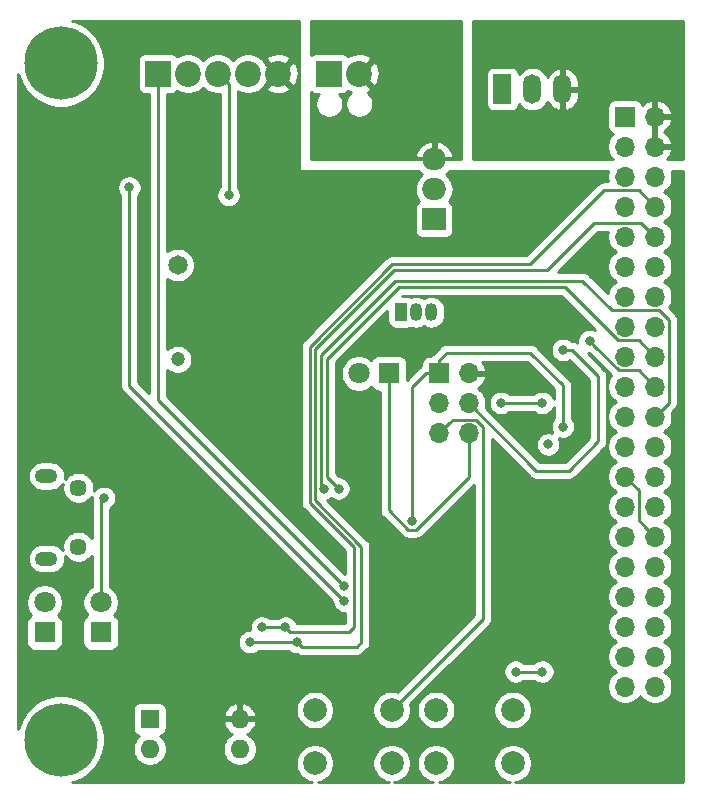
<source format=gbl>
G04 #@! TF.GenerationSoftware,KiCad,Pcbnew,(5.1.5)-3*
G04 #@! TF.CreationDate,2020-10-20T09:52:33-06:00*
G04 #@! TF.ProjectId,ComputationalPrototype,436f6d70-7574-4617-9469-6f6e616c5072,rev?*
G04 #@! TF.SameCoordinates,Original*
G04 #@! TF.FileFunction,Copper,L2,Bot*
G04 #@! TF.FilePolarity,Positive*
%FSLAX46Y46*%
G04 Gerber Fmt 4.6, Leading zero omitted, Abs format (unit mm)*
G04 Created by KiCad (PCBNEW (5.1.5)-3) date 2020-10-20 09:52:33*
%MOMM*%
%LPD*%
G04 APERTURE LIST*
%ADD10C,1.650000*%
%ADD11C,1.200000*%
%ADD12R,1.800000X1.800000*%
%ADD13C,1.800000*%
%ADD14R,1.700000X1.700000*%
%ADD15O,1.700000X1.700000*%
%ADD16R,2.200000X2.200000*%
%ADD17C,2.200000*%
%ADD18C,1.450000*%
%ADD19O,1.900000X1.200000*%
%ADD20R,2.000000X1.905000*%
%ADD21O,2.000000X1.905000*%
%ADD22O,1.050000X1.500000*%
%ADD23R,1.050000X1.500000*%
%ADD24C,2.000000*%
%ADD25R,1.600000X1.600000*%
%ADD26O,1.600000X1.600000*%
%ADD27R,1.500000X2.500000*%
%ADD28O,1.500000X2.500000*%
%ADD29C,6.200000*%
%ADD30C,0.800000*%
%ADD31C,0.250000*%
%ADD32C,0.254000*%
G04 APERTURE END LIST*
D10*
X127127000Y-80836000D03*
D11*
X127127000Y-88836000D03*
D12*
X145000000Y-90020000D03*
D13*
X142460000Y-90020000D03*
X115855000Y-109413500D03*
D12*
X115855000Y-111953500D03*
X120605000Y-111953500D03*
D13*
X120605000Y-109413500D03*
D14*
X165000000Y-68270000D03*
D15*
X167540000Y-68270000D03*
X165000000Y-70810000D03*
X167540000Y-70810000D03*
X165000000Y-73350000D03*
X167540000Y-73350000D03*
X165000000Y-75890000D03*
X167540000Y-75890000D03*
X165000000Y-78430000D03*
X167540000Y-78430000D03*
X165000000Y-80970000D03*
X167540000Y-80970000D03*
X165000000Y-83510000D03*
X167540000Y-83510000D03*
X165000000Y-86050000D03*
X167540000Y-86050000D03*
X165000000Y-88590000D03*
X167540000Y-88590000D03*
X165000000Y-91130000D03*
X167540000Y-91130000D03*
X165000000Y-93670000D03*
X167540000Y-93670000D03*
X165000000Y-96210000D03*
X167540000Y-96210000D03*
X165000000Y-98750000D03*
X167540000Y-98750000D03*
X165000000Y-101290000D03*
X167540000Y-101290000D03*
X165000000Y-103830000D03*
X167540000Y-103830000D03*
X165000000Y-106370000D03*
X167540000Y-106370000D03*
X165000000Y-108910000D03*
X167540000Y-108910000D03*
X165000000Y-111450000D03*
X167540000Y-111450000D03*
X165000000Y-113990000D03*
X167540000Y-113990000D03*
X165000000Y-116530000D03*
X167540000Y-116530000D03*
D16*
X139954000Y-64643000D03*
D17*
X142494000Y-64643000D03*
D16*
X125476000Y-64643000D03*
D17*
X128016000Y-64643000D03*
X130556000Y-64643000D03*
X133096000Y-64643000D03*
X135636000Y-64643000D03*
D18*
X118712500Y-99701500D03*
X118712500Y-104701500D03*
D19*
X116012500Y-98701500D03*
X116012500Y-105701500D03*
D14*
X149250000Y-90020000D03*
D15*
X151790000Y-90020000D03*
X149250000Y-92560000D03*
X151790000Y-92560000D03*
X149250000Y-95100000D03*
X151790000Y-95100000D03*
D20*
X148844000Y-76962000D03*
D21*
X148844000Y-74422000D03*
X148844000Y-71882000D03*
D22*
X147320000Y-84836000D03*
X148590000Y-84836000D03*
D23*
X146050000Y-84836000D03*
D24*
X138750000Y-123020000D03*
X138750000Y-118520000D03*
X145250000Y-123020000D03*
X145250000Y-118520000D03*
X155500000Y-118520000D03*
X155500000Y-123020000D03*
X149000000Y-118520000D03*
X149000000Y-123020000D03*
D25*
X124750000Y-119270000D03*
D26*
X132370000Y-121810000D03*
X124750000Y-121810000D03*
X132370000Y-119270000D03*
D27*
X154630000Y-65950000D03*
D28*
X157170000Y-65950000D03*
X159710000Y-65950000D03*
D29*
X117250000Y-63770000D03*
X117250000Y-121020000D03*
D30*
X160900000Y-80620000D03*
X155385000Y-84655000D03*
X168750000Y-123520000D03*
X144750000Y-105269999D03*
X159131000Y-84074000D03*
X162000000Y-87270000D03*
X155750000Y-115270000D03*
X158000000Y-115270000D03*
X120884000Y-100564000D03*
X131445000Y-74930000D03*
X141250004Y-109270000D03*
X123033000Y-74272000D03*
X134250000Y-111520000D03*
X136250000Y-111520000D03*
X137250000Y-112770000D03*
X133250000Y-112770000D03*
X140750000Y-99770000D03*
X139500000Y-99770000D03*
X141250000Y-108020000D03*
X147000000Y-102520000D03*
X159750000Y-94520000D03*
X159750000Y-88020000D03*
X158000000Y-92520000D03*
X154500000Y-92520000D03*
X158500000Y-96020000D03*
D31*
X115895000Y-66120000D02*
X115895000Y-64770000D01*
X162399999Y-87669999D02*
X162000000Y-87270000D01*
X164495001Y-89765001D02*
X162399999Y-87669999D01*
X166175001Y-89765001D02*
X164495001Y-89765001D01*
X167540000Y-91130000D02*
X166175001Y-89765001D01*
X151790000Y-96302081D02*
X151790000Y-95100000D01*
X151790000Y-98803002D02*
X151790000Y-96302081D01*
X147348001Y-103245001D02*
X151790000Y-98803002D01*
X145000000Y-101593002D02*
X146651999Y-103245001D01*
X146651999Y-103245001D02*
X147348001Y-103245001D01*
X145000000Y-90020000D02*
X145000000Y-101593002D01*
X155750000Y-115270000D02*
X158000000Y-115270000D01*
X166690001Y-102980001D02*
X167540000Y-103830000D01*
X166175001Y-99925001D02*
X166175001Y-102465001D01*
X166175001Y-102465001D02*
X166690001Y-102980001D01*
X165000000Y-98750000D02*
X166175001Y-99925001D01*
X150425001Y-93924999D02*
X150099999Y-94250001D01*
X150099999Y-94250001D02*
X149250000Y-95100000D01*
X152965001Y-94535999D02*
X152354001Y-93924999D01*
X152354001Y-93924999D02*
X150425001Y-93924999D01*
X152965001Y-110804999D02*
X152965001Y-94535999D01*
X145250000Y-118520000D02*
X152965001Y-110804999D01*
X120605000Y-100843000D02*
X120884000Y-100564000D01*
X120605000Y-109413500D02*
X120605000Y-100843000D01*
X131445000Y-65532000D02*
X130556000Y-64643000D01*
X131445000Y-74930000D02*
X131445000Y-65532000D01*
X123033000Y-81109000D02*
X123033000Y-74272000D01*
X141250004Y-109270000D02*
X123033000Y-91052996D01*
X123033000Y-91052996D02*
X123033000Y-81109000D01*
X136250000Y-111520000D02*
X134250000Y-111520000D01*
X164435999Y-74525001D02*
X164430998Y-74520000D01*
X167540000Y-75890000D02*
X166175001Y-74525001D01*
X166175001Y-74525001D02*
X164435999Y-74525001D01*
X156972000Y-80772000D02*
X163218999Y-74525001D01*
X163218999Y-74525001D02*
X164435999Y-74525001D01*
X145286590Y-80772000D02*
X156972000Y-80772000D01*
X138299989Y-88083600D02*
X138299991Y-87758599D01*
X138299989Y-100956400D02*
X138299989Y-88083600D01*
X136649999Y-111919999D02*
X141673003Y-111919999D01*
X142073002Y-104729412D02*
X138299989Y-100956400D01*
X136250000Y-111520000D02*
X136649999Y-111919999D01*
X141673003Y-111919999D02*
X142073002Y-111520000D01*
X138299991Y-87758599D02*
X145286590Y-80772000D01*
X142073002Y-111520000D02*
X142073002Y-104729412D01*
X137250000Y-112770000D02*
X133250000Y-112770000D01*
X142672990Y-112770000D02*
X142272991Y-113169999D01*
X142672990Y-104692990D02*
X142672990Y-112770000D01*
X142272991Y-113169999D02*
X137649999Y-113169999D01*
X138750000Y-87945000D02*
X138750000Y-100770000D01*
X137649999Y-113169999D02*
X137250000Y-112770000D01*
X167540000Y-78430000D02*
X166364999Y-77254999D01*
X138750000Y-100770000D02*
X142672990Y-104692990D01*
X145415000Y-81280000D02*
X138750000Y-87945000D01*
X162394001Y-77254999D02*
X158369000Y-81280000D01*
X166364999Y-77254999D02*
X162394001Y-77254999D01*
X158369000Y-81280000D02*
X145415000Y-81280000D01*
X139750000Y-98770000D02*
X140750000Y-99770000D01*
X166175001Y-87225001D02*
X164435999Y-87225001D01*
X167540000Y-88590000D02*
X166175001Y-87225001D01*
X159887998Y-82677000D02*
X145843000Y-82677000D01*
X164435999Y-87225001D02*
X159887998Y-82677000D01*
X139750000Y-88770000D02*
X139750000Y-98770000D01*
X145843000Y-82677000D02*
X139750000Y-88770000D01*
X168715001Y-85485999D02*
X168715001Y-92494999D01*
X167914003Y-84685001D02*
X168715001Y-85485999D01*
X163915001Y-84685001D02*
X167914003Y-84685001D01*
X168715001Y-92494999D02*
X167540000Y-93670000D01*
X139250000Y-99520000D02*
X139250000Y-88461000D01*
X139250000Y-88461000D02*
X145542000Y-82169000D01*
X139500000Y-99770000D02*
X139250000Y-99520000D01*
X145542000Y-82169000D02*
X161399000Y-82169000D01*
X161399000Y-82169000D02*
X163915001Y-84685001D01*
X125476000Y-68749000D02*
X125476000Y-64643000D01*
X125476000Y-92246000D02*
X125476000Y-68707000D01*
X141250000Y-108020000D02*
X125476000Y-92246000D01*
X147000000Y-101954315D02*
X147000000Y-102520000D01*
X147000000Y-91170000D02*
X147000000Y-101954315D01*
X148150000Y-90020000D02*
X147000000Y-91170000D01*
X149250000Y-90020000D02*
X148150000Y-90020000D01*
X149250000Y-88920000D02*
X149900000Y-88270000D01*
X149250000Y-90020000D02*
X149250000Y-88920000D01*
X149900000Y-88270000D02*
X157000000Y-88270000D01*
X159750000Y-91020000D02*
X159750000Y-94520000D01*
X157000000Y-88270000D02*
X159750000Y-91020000D01*
X159750000Y-88020000D02*
X160500000Y-88020000D01*
X160500000Y-88020000D02*
X162750000Y-90270000D01*
X162750000Y-90270000D02*
X162750000Y-95770000D01*
X162750000Y-95770000D02*
X160250000Y-98270000D01*
X157500000Y-98270000D02*
X151790000Y-92560000D01*
X160250000Y-98270000D02*
X157500000Y-98270000D01*
X158000000Y-92520000D02*
X154500000Y-92520000D01*
D32*
G36*
X169873000Y-71893000D02*
G01*
X168545806Y-71893000D01*
X168637588Y-71810269D01*
X168811641Y-71576920D01*
X168936825Y-71314099D01*
X168981476Y-71166890D01*
X168860155Y-70937000D01*
X167667000Y-70937000D01*
X167667000Y-70957000D01*
X167413000Y-70957000D01*
X167413000Y-70937000D01*
X167393000Y-70937000D01*
X167393000Y-70683000D01*
X167413000Y-70683000D01*
X167413000Y-68397000D01*
X167667000Y-68397000D01*
X167667000Y-70683000D01*
X168860155Y-70683000D01*
X168981476Y-70453110D01*
X168936825Y-70305901D01*
X168811641Y-70043080D01*
X168637588Y-69809731D01*
X168421355Y-69614822D01*
X168295745Y-69540000D01*
X168421355Y-69465178D01*
X168637588Y-69270269D01*
X168811641Y-69036920D01*
X168936825Y-68774099D01*
X168981476Y-68626890D01*
X168860155Y-68397000D01*
X167667000Y-68397000D01*
X167413000Y-68397000D01*
X167393000Y-68397000D01*
X167393000Y-68143000D01*
X167413000Y-68143000D01*
X167413000Y-66949186D01*
X167667000Y-66949186D01*
X167667000Y-68143000D01*
X168860155Y-68143000D01*
X168981476Y-67913110D01*
X168936825Y-67765901D01*
X168811641Y-67503080D01*
X168637588Y-67269731D01*
X168421355Y-67074822D01*
X168171252Y-66925843D01*
X167896891Y-66828519D01*
X167667000Y-66949186D01*
X167413000Y-66949186D01*
X167183109Y-66828519D01*
X166908748Y-66925843D01*
X166658645Y-67074822D01*
X166462498Y-67251626D01*
X166439502Y-67175820D01*
X166380537Y-67065506D01*
X166301185Y-66968815D01*
X166204494Y-66889463D01*
X166094180Y-66830498D01*
X165974482Y-66794188D01*
X165850000Y-66781928D01*
X164150000Y-66781928D01*
X164025518Y-66794188D01*
X163905820Y-66830498D01*
X163795506Y-66889463D01*
X163698815Y-66968815D01*
X163619463Y-67065506D01*
X163560498Y-67175820D01*
X163524188Y-67295518D01*
X163511928Y-67420000D01*
X163511928Y-69120000D01*
X163524188Y-69244482D01*
X163560498Y-69364180D01*
X163619463Y-69474494D01*
X163698815Y-69571185D01*
X163795506Y-69650537D01*
X163905820Y-69709502D01*
X163978380Y-69731513D01*
X163846525Y-69863368D01*
X163684010Y-70106589D01*
X163572068Y-70376842D01*
X163515000Y-70663740D01*
X163515000Y-70956260D01*
X163572068Y-71243158D01*
X163684010Y-71513411D01*
X163846525Y-71756632D01*
X163982893Y-71893000D01*
X152127000Y-71893000D01*
X152127000Y-64700000D01*
X153241928Y-64700000D01*
X153241928Y-67200000D01*
X153254188Y-67324482D01*
X153290498Y-67444180D01*
X153349463Y-67554494D01*
X153428815Y-67651185D01*
X153525506Y-67730537D01*
X153635820Y-67789502D01*
X153755518Y-67825812D01*
X153880000Y-67838072D01*
X155380000Y-67838072D01*
X155504482Y-67825812D01*
X155624180Y-67789502D01*
X155734494Y-67730537D01*
X155831185Y-67651185D01*
X155910537Y-67554494D01*
X155969502Y-67444180D01*
X156005812Y-67324482D01*
X156015473Y-67226392D01*
X156185920Y-67434081D01*
X156396813Y-67607157D01*
X156637420Y-67735764D01*
X156898494Y-67814960D01*
X157170000Y-67841701D01*
X157441507Y-67814960D01*
X157702581Y-67735764D01*
X157943188Y-67607157D01*
X158154081Y-67434081D01*
X158327157Y-67223188D01*
X158442486Y-67007422D01*
X158479028Y-67097349D01*
X158628972Y-67325061D01*
X158820460Y-67519145D01*
X159046132Y-67672142D01*
X159297316Y-67778173D01*
X159368815Y-67792318D01*
X159583000Y-67669656D01*
X159583000Y-66077000D01*
X159837000Y-66077000D01*
X159837000Y-67669656D01*
X160051185Y-67792318D01*
X160122684Y-67778173D01*
X160373868Y-67672142D01*
X160599540Y-67519145D01*
X160791028Y-67325061D01*
X160940972Y-67097349D01*
X161043611Y-66844760D01*
X161095000Y-66577000D01*
X161095000Y-66077000D01*
X159837000Y-66077000D01*
X159583000Y-66077000D01*
X159563000Y-66077000D01*
X159563000Y-65823000D01*
X159583000Y-65823000D01*
X159583000Y-64230344D01*
X159837000Y-64230344D01*
X159837000Y-65823000D01*
X161095000Y-65823000D01*
X161095000Y-65323000D01*
X161043611Y-65055240D01*
X160940972Y-64802651D01*
X160791028Y-64574939D01*
X160599540Y-64380855D01*
X160373868Y-64227858D01*
X160122684Y-64121827D01*
X160051185Y-64107682D01*
X159837000Y-64230344D01*
X159583000Y-64230344D01*
X159368815Y-64107682D01*
X159297316Y-64121827D01*
X159046132Y-64227858D01*
X158820460Y-64380855D01*
X158628972Y-64574939D01*
X158479028Y-64802651D01*
X158442486Y-64892578D01*
X158327157Y-64676812D01*
X158154080Y-64465919D01*
X157943187Y-64292843D01*
X157702580Y-64164236D01*
X157441506Y-64085040D01*
X157170000Y-64058299D01*
X156898493Y-64085040D01*
X156637419Y-64164236D01*
X156396812Y-64292843D01*
X156185919Y-64465920D01*
X156015473Y-64673609D01*
X156005812Y-64575518D01*
X155969502Y-64455820D01*
X155910537Y-64345506D01*
X155831185Y-64248815D01*
X155734494Y-64169463D01*
X155624180Y-64110498D01*
X155504482Y-64074188D01*
X155380000Y-64061928D01*
X153880000Y-64061928D01*
X153755518Y-64074188D01*
X153635820Y-64110498D01*
X153525506Y-64169463D01*
X153428815Y-64248815D01*
X153349463Y-64345506D01*
X153290498Y-64455820D01*
X153254188Y-64575518D01*
X153241928Y-64700000D01*
X152127000Y-64700000D01*
X152127000Y-60147000D01*
X169873000Y-60147000D01*
X169873000Y-71893000D01*
G37*
X169873000Y-71893000D02*
X168545806Y-71893000D01*
X168637588Y-71810269D01*
X168811641Y-71576920D01*
X168936825Y-71314099D01*
X168981476Y-71166890D01*
X168860155Y-70937000D01*
X167667000Y-70937000D01*
X167667000Y-70957000D01*
X167413000Y-70957000D01*
X167413000Y-70937000D01*
X167393000Y-70937000D01*
X167393000Y-70683000D01*
X167413000Y-70683000D01*
X167413000Y-68397000D01*
X167667000Y-68397000D01*
X167667000Y-70683000D01*
X168860155Y-70683000D01*
X168981476Y-70453110D01*
X168936825Y-70305901D01*
X168811641Y-70043080D01*
X168637588Y-69809731D01*
X168421355Y-69614822D01*
X168295745Y-69540000D01*
X168421355Y-69465178D01*
X168637588Y-69270269D01*
X168811641Y-69036920D01*
X168936825Y-68774099D01*
X168981476Y-68626890D01*
X168860155Y-68397000D01*
X167667000Y-68397000D01*
X167413000Y-68397000D01*
X167393000Y-68397000D01*
X167393000Y-68143000D01*
X167413000Y-68143000D01*
X167413000Y-66949186D01*
X167667000Y-66949186D01*
X167667000Y-68143000D01*
X168860155Y-68143000D01*
X168981476Y-67913110D01*
X168936825Y-67765901D01*
X168811641Y-67503080D01*
X168637588Y-67269731D01*
X168421355Y-67074822D01*
X168171252Y-66925843D01*
X167896891Y-66828519D01*
X167667000Y-66949186D01*
X167413000Y-66949186D01*
X167183109Y-66828519D01*
X166908748Y-66925843D01*
X166658645Y-67074822D01*
X166462498Y-67251626D01*
X166439502Y-67175820D01*
X166380537Y-67065506D01*
X166301185Y-66968815D01*
X166204494Y-66889463D01*
X166094180Y-66830498D01*
X165974482Y-66794188D01*
X165850000Y-66781928D01*
X164150000Y-66781928D01*
X164025518Y-66794188D01*
X163905820Y-66830498D01*
X163795506Y-66889463D01*
X163698815Y-66968815D01*
X163619463Y-67065506D01*
X163560498Y-67175820D01*
X163524188Y-67295518D01*
X163511928Y-67420000D01*
X163511928Y-69120000D01*
X163524188Y-69244482D01*
X163560498Y-69364180D01*
X163619463Y-69474494D01*
X163698815Y-69571185D01*
X163795506Y-69650537D01*
X163905820Y-69709502D01*
X163978380Y-69731513D01*
X163846525Y-69863368D01*
X163684010Y-70106589D01*
X163572068Y-70376842D01*
X163515000Y-70663740D01*
X163515000Y-70956260D01*
X163572068Y-71243158D01*
X163684010Y-71513411D01*
X163846525Y-71756632D01*
X163982893Y-71893000D01*
X152127000Y-71893000D01*
X152127000Y-64700000D01*
X153241928Y-64700000D01*
X153241928Y-67200000D01*
X153254188Y-67324482D01*
X153290498Y-67444180D01*
X153349463Y-67554494D01*
X153428815Y-67651185D01*
X153525506Y-67730537D01*
X153635820Y-67789502D01*
X153755518Y-67825812D01*
X153880000Y-67838072D01*
X155380000Y-67838072D01*
X155504482Y-67825812D01*
X155624180Y-67789502D01*
X155734494Y-67730537D01*
X155831185Y-67651185D01*
X155910537Y-67554494D01*
X155969502Y-67444180D01*
X156005812Y-67324482D01*
X156015473Y-67226392D01*
X156185920Y-67434081D01*
X156396813Y-67607157D01*
X156637420Y-67735764D01*
X156898494Y-67814960D01*
X157170000Y-67841701D01*
X157441507Y-67814960D01*
X157702581Y-67735764D01*
X157943188Y-67607157D01*
X158154081Y-67434081D01*
X158327157Y-67223188D01*
X158442486Y-67007422D01*
X158479028Y-67097349D01*
X158628972Y-67325061D01*
X158820460Y-67519145D01*
X159046132Y-67672142D01*
X159297316Y-67778173D01*
X159368815Y-67792318D01*
X159583000Y-67669656D01*
X159583000Y-66077000D01*
X159837000Y-66077000D01*
X159837000Y-67669656D01*
X160051185Y-67792318D01*
X160122684Y-67778173D01*
X160373868Y-67672142D01*
X160599540Y-67519145D01*
X160791028Y-67325061D01*
X160940972Y-67097349D01*
X161043611Y-66844760D01*
X161095000Y-66577000D01*
X161095000Y-66077000D01*
X159837000Y-66077000D01*
X159583000Y-66077000D01*
X159563000Y-66077000D01*
X159563000Y-65823000D01*
X159583000Y-65823000D01*
X159583000Y-64230344D01*
X159837000Y-64230344D01*
X159837000Y-65823000D01*
X161095000Y-65823000D01*
X161095000Y-65323000D01*
X161043611Y-65055240D01*
X160940972Y-64802651D01*
X160791028Y-64574939D01*
X160599540Y-64380855D01*
X160373868Y-64227858D01*
X160122684Y-64121827D01*
X160051185Y-64107682D01*
X159837000Y-64230344D01*
X159583000Y-64230344D01*
X159368815Y-64107682D01*
X159297316Y-64121827D01*
X159046132Y-64227858D01*
X158820460Y-64380855D01*
X158628972Y-64574939D01*
X158479028Y-64802651D01*
X158442486Y-64892578D01*
X158327157Y-64676812D01*
X158154080Y-64465919D01*
X157943187Y-64292843D01*
X157702580Y-64164236D01*
X157441506Y-64085040D01*
X157170000Y-64058299D01*
X156898493Y-64085040D01*
X156637419Y-64164236D01*
X156396812Y-64292843D01*
X156185919Y-64465920D01*
X156015473Y-64673609D01*
X156005812Y-64575518D01*
X155969502Y-64455820D01*
X155910537Y-64345506D01*
X155831185Y-64248815D01*
X155734494Y-64169463D01*
X155624180Y-64110498D01*
X155504482Y-64074188D01*
X155380000Y-64061928D01*
X153880000Y-64061928D01*
X153755518Y-64074188D01*
X153635820Y-64110498D01*
X153525506Y-64169463D01*
X153428815Y-64248815D01*
X153349463Y-64345506D01*
X153290498Y-64455820D01*
X153254188Y-64575518D01*
X153241928Y-64700000D01*
X152127000Y-64700000D01*
X152127000Y-60147000D01*
X169873000Y-60147000D01*
X169873000Y-71893000D01*
G36*
X151123000Y-71893000D02*
G01*
X138430000Y-71893000D01*
X138430000Y-71509020D01*
X147253437Y-71509020D01*
X147373406Y-71755000D01*
X148717000Y-71755000D01*
X148717000Y-70456430D01*
X148971000Y-70456430D01*
X148971000Y-71755000D01*
X150314594Y-71755000D01*
X150434563Y-71509020D01*
X150363571Y-71290906D01*
X150219969Y-71015077D01*
X150025315Y-70772563D01*
X149787089Y-70572684D01*
X149514446Y-70423121D01*
X149217863Y-70329622D01*
X148971000Y-70456430D01*
X148717000Y-70456430D01*
X148470137Y-70329622D01*
X148173554Y-70423121D01*
X147900911Y-70572684D01*
X147662685Y-70772563D01*
X147468031Y-71015077D01*
X147324429Y-71290906D01*
X147253437Y-71509020D01*
X138430000Y-71509020D01*
X138430000Y-66216495D01*
X138499506Y-66273537D01*
X138609820Y-66332502D01*
X138729518Y-66368812D01*
X138854000Y-66381072D01*
X139080084Y-66381072D01*
X139033550Y-66427606D01*
X138903866Y-66621692D01*
X138814539Y-66837348D01*
X138769000Y-67066288D01*
X138769000Y-67299712D01*
X138814539Y-67528652D01*
X138903866Y-67744308D01*
X139033550Y-67938394D01*
X139198606Y-68103450D01*
X139392692Y-68233134D01*
X139608348Y-68322461D01*
X139837288Y-68368000D01*
X140070712Y-68368000D01*
X140299652Y-68322461D01*
X140515308Y-68233134D01*
X140709394Y-68103450D01*
X140874450Y-67938394D01*
X141004134Y-67744308D01*
X141093461Y-67528652D01*
X141139000Y-67299712D01*
X141139000Y-67066288D01*
X141093461Y-66837348D01*
X141004134Y-66621692D01*
X140874450Y-66427606D01*
X140827916Y-66381072D01*
X141054000Y-66381072D01*
X141178482Y-66368812D01*
X141298180Y-66332502D01*
X141408494Y-66273537D01*
X141505185Y-66194185D01*
X141570772Y-66114267D01*
X141574726Y-66124338D01*
X141788238Y-66229387D01*
X141738606Y-66262550D01*
X141573550Y-66427606D01*
X141443866Y-66621692D01*
X141354539Y-66837348D01*
X141309000Y-67066288D01*
X141309000Y-67299712D01*
X141354539Y-67528652D01*
X141443866Y-67744308D01*
X141573550Y-67938394D01*
X141738606Y-68103450D01*
X141932692Y-68233134D01*
X142148348Y-68322461D01*
X142377288Y-68368000D01*
X142610712Y-68368000D01*
X142839652Y-68322461D01*
X143055308Y-68233134D01*
X143249394Y-68103450D01*
X143414450Y-67938394D01*
X143544134Y-67744308D01*
X143633461Y-67528652D01*
X143679000Y-67299712D01*
X143679000Y-67066288D01*
X143633461Y-66837348D01*
X143544134Y-66621692D01*
X143414450Y-66427606D01*
X143249394Y-66262550D01*
X143205835Y-66233445D01*
X143214966Y-66230336D01*
X143413274Y-66124338D01*
X143521107Y-65849712D01*
X142494000Y-64822605D01*
X142479858Y-64836748D01*
X142300253Y-64657143D01*
X142314395Y-64643000D01*
X142673605Y-64643000D01*
X143700712Y-65670107D01*
X143975338Y-65562274D01*
X144126216Y-65255616D01*
X144214369Y-64925415D01*
X144236409Y-64584361D01*
X144191489Y-64245561D01*
X144081336Y-63922034D01*
X143975338Y-63723726D01*
X143700712Y-63615893D01*
X142673605Y-64643000D01*
X142314395Y-64643000D01*
X142300253Y-64628858D01*
X142479858Y-64449253D01*
X142494000Y-64463395D01*
X143521107Y-63436288D01*
X143413274Y-63161662D01*
X143106616Y-63010784D01*
X142776415Y-62922631D01*
X142435361Y-62900591D01*
X142096561Y-62945511D01*
X141773034Y-63055664D01*
X141574726Y-63161662D01*
X141570772Y-63171733D01*
X141505185Y-63091815D01*
X141408494Y-63012463D01*
X141298180Y-62953498D01*
X141178482Y-62917188D01*
X141054000Y-62904928D01*
X138854000Y-62904928D01*
X138729518Y-62917188D01*
X138609820Y-62953498D01*
X138499506Y-63012463D01*
X138430000Y-63069505D01*
X138430000Y-60147000D01*
X151123000Y-60147000D01*
X151123000Y-71893000D01*
G37*
X151123000Y-71893000D02*
X138430000Y-71893000D01*
X138430000Y-71509020D01*
X147253437Y-71509020D01*
X147373406Y-71755000D01*
X148717000Y-71755000D01*
X148717000Y-70456430D01*
X148971000Y-70456430D01*
X148971000Y-71755000D01*
X150314594Y-71755000D01*
X150434563Y-71509020D01*
X150363571Y-71290906D01*
X150219969Y-71015077D01*
X150025315Y-70772563D01*
X149787089Y-70572684D01*
X149514446Y-70423121D01*
X149217863Y-70329622D01*
X148971000Y-70456430D01*
X148717000Y-70456430D01*
X148470137Y-70329622D01*
X148173554Y-70423121D01*
X147900911Y-70572684D01*
X147662685Y-70772563D01*
X147468031Y-71015077D01*
X147324429Y-71290906D01*
X147253437Y-71509020D01*
X138430000Y-71509020D01*
X138430000Y-66216495D01*
X138499506Y-66273537D01*
X138609820Y-66332502D01*
X138729518Y-66368812D01*
X138854000Y-66381072D01*
X139080084Y-66381072D01*
X139033550Y-66427606D01*
X138903866Y-66621692D01*
X138814539Y-66837348D01*
X138769000Y-67066288D01*
X138769000Y-67299712D01*
X138814539Y-67528652D01*
X138903866Y-67744308D01*
X139033550Y-67938394D01*
X139198606Y-68103450D01*
X139392692Y-68233134D01*
X139608348Y-68322461D01*
X139837288Y-68368000D01*
X140070712Y-68368000D01*
X140299652Y-68322461D01*
X140515308Y-68233134D01*
X140709394Y-68103450D01*
X140874450Y-67938394D01*
X141004134Y-67744308D01*
X141093461Y-67528652D01*
X141139000Y-67299712D01*
X141139000Y-67066288D01*
X141093461Y-66837348D01*
X141004134Y-66621692D01*
X140874450Y-66427606D01*
X140827916Y-66381072D01*
X141054000Y-66381072D01*
X141178482Y-66368812D01*
X141298180Y-66332502D01*
X141408494Y-66273537D01*
X141505185Y-66194185D01*
X141570772Y-66114267D01*
X141574726Y-66124338D01*
X141788238Y-66229387D01*
X141738606Y-66262550D01*
X141573550Y-66427606D01*
X141443866Y-66621692D01*
X141354539Y-66837348D01*
X141309000Y-67066288D01*
X141309000Y-67299712D01*
X141354539Y-67528652D01*
X141443866Y-67744308D01*
X141573550Y-67938394D01*
X141738606Y-68103450D01*
X141932692Y-68233134D01*
X142148348Y-68322461D01*
X142377288Y-68368000D01*
X142610712Y-68368000D01*
X142839652Y-68322461D01*
X143055308Y-68233134D01*
X143249394Y-68103450D01*
X143414450Y-67938394D01*
X143544134Y-67744308D01*
X143633461Y-67528652D01*
X143679000Y-67299712D01*
X143679000Y-67066288D01*
X143633461Y-66837348D01*
X143544134Y-66621692D01*
X143414450Y-66427606D01*
X143249394Y-66262550D01*
X143205835Y-66233445D01*
X143214966Y-66230336D01*
X143413274Y-66124338D01*
X143521107Y-65849712D01*
X142494000Y-64822605D01*
X142479858Y-64836748D01*
X142300253Y-64657143D01*
X142314395Y-64643000D01*
X142673605Y-64643000D01*
X143700712Y-65670107D01*
X143975338Y-65562274D01*
X144126216Y-65255616D01*
X144214369Y-64925415D01*
X144236409Y-64584361D01*
X144191489Y-64245561D01*
X144081336Y-63922034D01*
X143975338Y-63723726D01*
X143700712Y-63615893D01*
X142673605Y-64643000D01*
X142314395Y-64643000D01*
X142300253Y-64628858D01*
X142479858Y-64449253D01*
X142494000Y-64463395D01*
X143521107Y-63436288D01*
X143413274Y-63161662D01*
X143106616Y-63010784D01*
X142776415Y-62922631D01*
X142435361Y-62900591D01*
X142096561Y-62945511D01*
X141773034Y-63055664D01*
X141574726Y-63161662D01*
X141570772Y-63171733D01*
X141505185Y-63091815D01*
X141408494Y-63012463D01*
X141298180Y-62953498D01*
X141178482Y-62917188D01*
X141054000Y-62904928D01*
X138854000Y-62904928D01*
X138729518Y-62917188D01*
X138609820Y-62953498D01*
X138499506Y-63012463D01*
X138430000Y-63069505D01*
X138430000Y-60147000D01*
X151123000Y-60147000D01*
X151123000Y-71893000D01*
G36*
X137414000Y-72770000D02*
G01*
X137416440Y-72794776D01*
X137423667Y-72818601D01*
X137435403Y-72840557D01*
X137451197Y-72859803D01*
X137470443Y-72875597D01*
X137492399Y-72887333D01*
X137516224Y-72894560D01*
X137541000Y-72897000D01*
X147575830Y-72897000D01*
X147668537Y-73009963D01*
X147841609Y-73152000D01*
X147668537Y-73294037D01*
X147470155Y-73535765D01*
X147322745Y-73811551D01*
X147231970Y-74110796D01*
X147201319Y-74422000D01*
X147231970Y-74733204D01*
X147322745Y-75032449D01*
X147470155Y-75308235D01*
X147573446Y-75434095D01*
X147489506Y-75478963D01*
X147392815Y-75558315D01*
X147313463Y-75655006D01*
X147254498Y-75765320D01*
X147218188Y-75885018D01*
X147205928Y-76009500D01*
X147205928Y-77914500D01*
X147218188Y-78038982D01*
X147254498Y-78158680D01*
X147313463Y-78268994D01*
X147392815Y-78365685D01*
X147489506Y-78445037D01*
X147599820Y-78504002D01*
X147719518Y-78540312D01*
X147844000Y-78552572D01*
X149844000Y-78552572D01*
X149968482Y-78540312D01*
X150088180Y-78504002D01*
X150198494Y-78445037D01*
X150295185Y-78365685D01*
X150374537Y-78268994D01*
X150433502Y-78158680D01*
X150469812Y-78038982D01*
X150482072Y-77914500D01*
X150482072Y-76009500D01*
X150469812Y-75885018D01*
X150433502Y-75765320D01*
X150374537Y-75655006D01*
X150295185Y-75558315D01*
X150198494Y-75478963D01*
X150114554Y-75434095D01*
X150217845Y-75308235D01*
X150365255Y-75032449D01*
X150456030Y-74733204D01*
X150486681Y-74422000D01*
X150456030Y-74110796D01*
X150365255Y-73811551D01*
X150217845Y-73535765D01*
X150019463Y-73294037D01*
X149846391Y-73152000D01*
X150019463Y-73009963D01*
X150112170Y-72897000D01*
X163580287Y-72897000D01*
X163572068Y-72916842D01*
X163515000Y-73203740D01*
X163515000Y-73496260D01*
X163568456Y-73765001D01*
X163256324Y-73765001D01*
X163218999Y-73761325D01*
X163181674Y-73765001D01*
X163181666Y-73765001D01*
X163070013Y-73775998D01*
X162926752Y-73819455D01*
X162794723Y-73890027D01*
X162678998Y-73985000D01*
X162655200Y-74013998D01*
X156657199Y-80012000D01*
X145323912Y-80012000D01*
X145286589Y-80008324D01*
X145249266Y-80012000D01*
X145249257Y-80012000D01*
X145137604Y-80022997D01*
X144994343Y-80066454D01*
X144862313Y-80137026D01*
X144778673Y-80205668D01*
X144746589Y-80231999D01*
X144722791Y-80260997D01*
X137788991Y-87194798D01*
X137759994Y-87218595D01*
X137736194Y-87247595D01*
X137736192Y-87247597D01*
X137665017Y-87334323D01*
X137627240Y-87404999D01*
X137594447Y-87466348D01*
X137550989Y-87609609D01*
X137539992Y-87721262D01*
X137536315Y-87758599D01*
X137539991Y-87795926D01*
X137539989Y-88120928D01*
X137539990Y-88120937D01*
X137539989Y-100919078D01*
X137536313Y-100956400D01*
X137539989Y-100993723D01*
X137539989Y-100993732D01*
X137550986Y-101105385D01*
X137581298Y-101205312D01*
X137594443Y-101248646D01*
X137665015Y-101380676D01*
X137704860Y-101429226D01*
X137759988Y-101496401D01*
X137788992Y-101520204D01*
X141313003Y-105044215D01*
X141313003Y-106985000D01*
X141289802Y-106985000D01*
X126236000Y-91931199D01*
X126236000Y-89691554D01*
X126339733Y-89795287D01*
X126542008Y-89930443D01*
X126766764Y-90023540D01*
X127005363Y-90071000D01*
X127248637Y-90071000D01*
X127487236Y-90023540D01*
X127711992Y-89930443D01*
X127914267Y-89795287D01*
X128086287Y-89623267D01*
X128221443Y-89420992D01*
X128314540Y-89196236D01*
X128362000Y-88957637D01*
X128362000Y-88714363D01*
X128314540Y-88475764D01*
X128221443Y-88251008D01*
X128086287Y-88048733D01*
X127914267Y-87876713D01*
X127711992Y-87741557D01*
X127487236Y-87648460D01*
X127248637Y-87601000D01*
X127005363Y-87601000D01*
X126766764Y-87648460D01*
X126542008Y-87741557D01*
X126339733Y-87876713D01*
X126236000Y-87980446D01*
X126236000Y-81996580D01*
X126435431Y-82129835D01*
X126701134Y-82239893D01*
X126983203Y-82296000D01*
X127270797Y-82296000D01*
X127552866Y-82239893D01*
X127818569Y-82129835D01*
X128057696Y-81970056D01*
X128261056Y-81766696D01*
X128420835Y-81527569D01*
X128530893Y-81261866D01*
X128587000Y-80979797D01*
X128587000Y-80692203D01*
X128530893Y-80410134D01*
X128420835Y-80144431D01*
X128261056Y-79905304D01*
X128057696Y-79701944D01*
X127818569Y-79542165D01*
X127552866Y-79432107D01*
X127270797Y-79376000D01*
X126983203Y-79376000D01*
X126701134Y-79432107D01*
X126435431Y-79542165D01*
X126236000Y-79675420D01*
X126236000Y-66381072D01*
X126576000Y-66381072D01*
X126700482Y-66368812D01*
X126820180Y-66332502D01*
X126930494Y-66273537D01*
X127027185Y-66194185D01*
X127093557Y-66113310D01*
X127194169Y-66180537D01*
X127509919Y-66311325D01*
X127845117Y-66378000D01*
X128186883Y-66378000D01*
X128522081Y-66311325D01*
X128837831Y-66180537D01*
X129121998Y-65990663D01*
X129286000Y-65826661D01*
X129450002Y-65990663D01*
X129734169Y-66180537D01*
X130049919Y-66311325D01*
X130385117Y-66378000D01*
X130685001Y-66378000D01*
X130685000Y-74226289D01*
X130641063Y-74270226D01*
X130527795Y-74439744D01*
X130449774Y-74628102D01*
X130410000Y-74828061D01*
X130410000Y-75031939D01*
X130449774Y-75231898D01*
X130527795Y-75420256D01*
X130641063Y-75589774D01*
X130785226Y-75733937D01*
X130954744Y-75847205D01*
X131143102Y-75925226D01*
X131343061Y-75965000D01*
X131546939Y-75965000D01*
X131746898Y-75925226D01*
X131935256Y-75847205D01*
X132104774Y-75733937D01*
X132248937Y-75589774D01*
X132362205Y-75420256D01*
X132440226Y-75231898D01*
X132480000Y-75031939D01*
X132480000Y-74828061D01*
X132440226Y-74628102D01*
X132362205Y-74439744D01*
X132248937Y-74270226D01*
X132205000Y-74226289D01*
X132205000Y-66134320D01*
X132274169Y-66180537D01*
X132589919Y-66311325D01*
X132925117Y-66378000D01*
X133266883Y-66378000D01*
X133602081Y-66311325D01*
X133917831Y-66180537D01*
X134201998Y-65990663D01*
X134342949Y-65849712D01*
X134608893Y-65849712D01*
X134716726Y-66124338D01*
X135023384Y-66275216D01*
X135353585Y-66363369D01*
X135694639Y-66385409D01*
X136033439Y-66340489D01*
X136356966Y-66230336D01*
X136555274Y-66124338D01*
X136663107Y-65849712D01*
X135636000Y-64822605D01*
X134608893Y-65849712D01*
X134342949Y-65849712D01*
X134443663Y-65748998D01*
X134631469Y-65467926D01*
X135456395Y-64643000D01*
X135815605Y-64643000D01*
X136842712Y-65670107D01*
X137117338Y-65562274D01*
X137268216Y-65255616D01*
X137356369Y-64925415D01*
X137378409Y-64584361D01*
X137333489Y-64245561D01*
X137223336Y-63922034D01*
X137117338Y-63723726D01*
X136842712Y-63615893D01*
X135815605Y-64643000D01*
X135456395Y-64643000D01*
X134631469Y-63818074D01*
X134443663Y-63537002D01*
X134342949Y-63436288D01*
X134608893Y-63436288D01*
X135636000Y-64463395D01*
X136663107Y-63436288D01*
X136555274Y-63161662D01*
X136248616Y-63010784D01*
X135918415Y-62922631D01*
X135577361Y-62900591D01*
X135238561Y-62945511D01*
X134915034Y-63055664D01*
X134716726Y-63161662D01*
X134608893Y-63436288D01*
X134342949Y-63436288D01*
X134201998Y-63295337D01*
X133917831Y-63105463D01*
X133602081Y-62974675D01*
X133266883Y-62908000D01*
X132925117Y-62908000D01*
X132589919Y-62974675D01*
X132274169Y-63105463D01*
X131990002Y-63295337D01*
X131826000Y-63459339D01*
X131661998Y-63295337D01*
X131377831Y-63105463D01*
X131062081Y-62974675D01*
X130726883Y-62908000D01*
X130385117Y-62908000D01*
X130049919Y-62974675D01*
X129734169Y-63105463D01*
X129450002Y-63295337D01*
X129286000Y-63459339D01*
X129121998Y-63295337D01*
X128837831Y-63105463D01*
X128522081Y-62974675D01*
X128186883Y-62908000D01*
X127845117Y-62908000D01*
X127509919Y-62974675D01*
X127194169Y-63105463D01*
X127093557Y-63172690D01*
X127027185Y-63091815D01*
X126930494Y-63012463D01*
X126820180Y-62953498D01*
X126700482Y-62917188D01*
X126576000Y-62904928D01*
X124376000Y-62904928D01*
X124251518Y-62917188D01*
X124131820Y-62953498D01*
X124021506Y-63012463D01*
X123924815Y-63091815D01*
X123845463Y-63188506D01*
X123786498Y-63298820D01*
X123750188Y-63418518D01*
X123737928Y-63543000D01*
X123737928Y-65743000D01*
X123750188Y-65867482D01*
X123786498Y-65987180D01*
X123845463Y-66097494D01*
X123924815Y-66194185D01*
X124021506Y-66273537D01*
X124131820Y-66332502D01*
X124251518Y-66368812D01*
X124376000Y-66381072D01*
X124716001Y-66381072D01*
X124716000Y-68786332D01*
X124716001Y-68786342D01*
X124716000Y-91661195D01*
X123793000Y-90738195D01*
X123793000Y-74975711D01*
X123836937Y-74931774D01*
X123950205Y-74762256D01*
X124028226Y-74573898D01*
X124068000Y-74373939D01*
X124068000Y-74170061D01*
X124028226Y-73970102D01*
X123950205Y-73781744D01*
X123836937Y-73612226D01*
X123692774Y-73468063D01*
X123523256Y-73354795D01*
X123334898Y-73276774D01*
X123134939Y-73237000D01*
X122931061Y-73237000D01*
X122731102Y-73276774D01*
X122542744Y-73354795D01*
X122373226Y-73468063D01*
X122229063Y-73612226D01*
X122115795Y-73781744D01*
X122037774Y-73970102D01*
X121998000Y-74170061D01*
X121998000Y-74373939D01*
X122037774Y-74573898D01*
X122115795Y-74762256D01*
X122229063Y-74931774D01*
X122273001Y-74975712D01*
X122273000Y-81146332D01*
X122273001Y-81146342D01*
X122273000Y-91015674D01*
X122269324Y-91052996D01*
X122273000Y-91090318D01*
X122273000Y-91090328D01*
X122283997Y-91201981D01*
X122306529Y-91276260D01*
X122327454Y-91345242D01*
X122398026Y-91477272D01*
X122413242Y-91495812D01*
X122492999Y-91592997D01*
X122522003Y-91616800D01*
X140215004Y-109309802D01*
X140215004Y-109371939D01*
X140254778Y-109571898D01*
X140332799Y-109760256D01*
X140446067Y-109929774D01*
X140590230Y-110073937D01*
X140759748Y-110187205D01*
X140948106Y-110265226D01*
X141148065Y-110305000D01*
X141313002Y-110305000D01*
X141313002Y-111159999D01*
X137221159Y-111159999D01*
X137167205Y-111029744D01*
X137053937Y-110860226D01*
X136909774Y-110716063D01*
X136740256Y-110602795D01*
X136551898Y-110524774D01*
X136351939Y-110485000D01*
X136148061Y-110485000D01*
X135948102Y-110524774D01*
X135759744Y-110602795D01*
X135590226Y-110716063D01*
X135546289Y-110760000D01*
X134953711Y-110760000D01*
X134909774Y-110716063D01*
X134740256Y-110602795D01*
X134551898Y-110524774D01*
X134351939Y-110485000D01*
X134148061Y-110485000D01*
X133948102Y-110524774D01*
X133759744Y-110602795D01*
X133590226Y-110716063D01*
X133446063Y-110860226D01*
X133332795Y-111029744D01*
X133254774Y-111218102D01*
X133215000Y-111418061D01*
X133215000Y-111621939D01*
X133237489Y-111735000D01*
X133148061Y-111735000D01*
X132948102Y-111774774D01*
X132759744Y-111852795D01*
X132590226Y-111966063D01*
X132446063Y-112110226D01*
X132332795Y-112279744D01*
X132254774Y-112468102D01*
X132215000Y-112668061D01*
X132215000Y-112871939D01*
X132254774Y-113071898D01*
X132332795Y-113260256D01*
X132446063Y-113429774D01*
X132590226Y-113573937D01*
X132759744Y-113687205D01*
X132948102Y-113765226D01*
X133148061Y-113805000D01*
X133351939Y-113805000D01*
X133551898Y-113765226D01*
X133740256Y-113687205D01*
X133909774Y-113573937D01*
X133953711Y-113530000D01*
X136546289Y-113530000D01*
X136590226Y-113573937D01*
X136759744Y-113687205D01*
X136948102Y-113765226D01*
X137148061Y-113805000D01*
X137225774Y-113805000D01*
X137357752Y-113875545D01*
X137501013Y-113919002D01*
X137612666Y-113929999D01*
X137612676Y-113929999D01*
X137649998Y-113933675D01*
X137687321Y-113929999D01*
X142235669Y-113929999D01*
X142272991Y-113933675D01*
X142310313Y-113929999D01*
X142310324Y-113929999D01*
X142421977Y-113919002D01*
X142565238Y-113875545D01*
X142697267Y-113804973D01*
X142812992Y-113710000D01*
X142836795Y-113680996D01*
X143183987Y-113333804D01*
X143212991Y-113310001D01*
X143307964Y-113194276D01*
X143378536Y-113062247D01*
X143421993Y-112918986D01*
X143432990Y-112807333D01*
X143432990Y-112807323D01*
X143436666Y-112770001D01*
X143432990Y-112732678D01*
X143432990Y-104730315D01*
X143436666Y-104692990D01*
X143432990Y-104655665D01*
X143432990Y-104655657D01*
X143421993Y-104544004D01*
X143378536Y-104400743D01*
X143307964Y-104268714D01*
X143212991Y-104152989D01*
X143183994Y-104129192D01*
X139814717Y-100759916D01*
X139990256Y-100687205D01*
X140125000Y-100597172D01*
X140259744Y-100687205D01*
X140448102Y-100765226D01*
X140648061Y-100805000D01*
X140851939Y-100805000D01*
X141051898Y-100765226D01*
X141240256Y-100687205D01*
X141409774Y-100573937D01*
X141553937Y-100429774D01*
X141667205Y-100260256D01*
X141745226Y-100071898D01*
X141785000Y-99871939D01*
X141785000Y-99668061D01*
X141745226Y-99468102D01*
X141667205Y-99279744D01*
X141553937Y-99110226D01*
X141409774Y-98966063D01*
X141240256Y-98852795D01*
X141051898Y-98774774D01*
X140851939Y-98735000D01*
X140789802Y-98735000D01*
X140510000Y-98455199D01*
X140510000Y-89084801D01*
X144886928Y-84707874D01*
X144886928Y-85586000D01*
X144899188Y-85710482D01*
X144935498Y-85830180D01*
X144994463Y-85940494D01*
X145073815Y-86037185D01*
X145170506Y-86116537D01*
X145280820Y-86175502D01*
X145400518Y-86211812D01*
X145525000Y-86224072D01*
X146575000Y-86224072D01*
X146699482Y-86211812D01*
X146819180Y-86175502D01*
X146883902Y-86140907D01*
X147092601Y-86204215D01*
X147320000Y-86226612D01*
X147547400Y-86204215D01*
X147766060Y-86137885D01*
X147955001Y-86036894D01*
X148143941Y-86137885D01*
X148362601Y-86204215D01*
X148590000Y-86226612D01*
X148817400Y-86204215D01*
X149036060Y-86137885D01*
X149237579Y-86030171D01*
X149414212Y-85885212D01*
X149559171Y-85708579D01*
X149666885Y-85507059D01*
X149733215Y-85288399D01*
X149750000Y-85117978D01*
X149750000Y-84554021D01*
X149733215Y-84383600D01*
X149666885Y-84164940D01*
X149559171Y-83963421D01*
X149414212Y-83786788D01*
X149237578Y-83641829D01*
X149036059Y-83534115D01*
X148817399Y-83467785D01*
X148590000Y-83445388D01*
X148362600Y-83467785D01*
X148143940Y-83534115D01*
X147954999Y-83635106D01*
X147766059Y-83534115D01*
X147547399Y-83467785D01*
X147320000Y-83445388D01*
X147092600Y-83467785D01*
X146883902Y-83531093D01*
X146819180Y-83496498D01*
X146699482Y-83460188D01*
X146575000Y-83447928D01*
X146146874Y-83447928D01*
X146157802Y-83437000D01*
X159573197Y-83437000D01*
X162488097Y-86351901D01*
X162301898Y-86274774D01*
X162101939Y-86235000D01*
X161898061Y-86235000D01*
X161698102Y-86274774D01*
X161509744Y-86352795D01*
X161340226Y-86466063D01*
X161196063Y-86610226D01*
X161082795Y-86779744D01*
X161004774Y-86968102D01*
X160965000Y-87168061D01*
X160965000Y-87371939D01*
X160976056Y-87427521D01*
X160924276Y-87385026D01*
X160792247Y-87314454D01*
X160648986Y-87270997D01*
X160537333Y-87260000D01*
X160537322Y-87260000D01*
X160500000Y-87256324D01*
X160462678Y-87260000D01*
X160453711Y-87260000D01*
X160409774Y-87216063D01*
X160240256Y-87102795D01*
X160051898Y-87024774D01*
X159851939Y-86985000D01*
X159648061Y-86985000D01*
X159448102Y-87024774D01*
X159259744Y-87102795D01*
X159090226Y-87216063D01*
X158946063Y-87360226D01*
X158832795Y-87529744D01*
X158754774Y-87718102D01*
X158715000Y-87918061D01*
X158715000Y-88121939D01*
X158754774Y-88321898D01*
X158832795Y-88510256D01*
X158946063Y-88679774D01*
X159090226Y-88823937D01*
X159259744Y-88937205D01*
X159448102Y-89015226D01*
X159648061Y-89055000D01*
X159851939Y-89055000D01*
X160051898Y-89015226D01*
X160240256Y-88937205D01*
X160301489Y-88896290D01*
X161990000Y-90584802D01*
X161990001Y-95455197D01*
X159935199Y-97510000D01*
X157814803Y-97510000D01*
X153231209Y-92926408D01*
X153275000Y-92706260D01*
X153275000Y-92413740D01*
X153217932Y-92126842D01*
X153105990Y-91856589D01*
X152943475Y-91613368D01*
X152736632Y-91406525D01*
X152554466Y-91284805D01*
X152671355Y-91215178D01*
X152887588Y-91020269D01*
X153061641Y-90786920D01*
X153186825Y-90524099D01*
X153231476Y-90376890D01*
X153110155Y-90147000D01*
X151917000Y-90147000D01*
X151917000Y-90167000D01*
X151663000Y-90167000D01*
X151663000Y-90147000D01*
X151643000Y-90147000D01*
X151643000Y-89893000D01*
X151663000Y-89893000D01*
X151663000Y-89873000D01*
X151917000Y-89873000D01*
X151917000Y-89893000D01*
X153110155Y-89893000D01*
X153231476Y-89663110D01*
X153186825Y-89515901D01*
X153061641Y-89253080D01*
X152895248Y-89030000D01*
X156685199Y-89030000D01*
X158990000Y-91334802D01*
X158990000Y-92205486D01*
X158917205Y-92029744D01*
X158803937Y-91860226D01*
X158659774Y-91716063D01*
X158490256Y-91602795D01*
X158301898Y-91524774D01*
X158101939Y-91485000D01*
X157898061Y-91485000D01*
X157698102Y-91524774D01*
X157509744Y-91602795D01*
X157340226Y-91716063D01*
X157296289Y-91760000D01*
X155203711Y-91760000D01*
X155159774Y-91716063D01*
X154990256Y-91602795D01*
X154801898Y-91524774D01*
X154601939Y-91485000D01*
X154398061Y-91485000D01*
X154198102Y-91524774D01*
X154009744Y-91602795D01*
X153840226Y-91716063D01*
X153696063Y-91860226D01*
X153582795Y-92029744D01*
X153504774Y-92218102D01*
X153465000Y-92418061D01*
X153465000Y-92621939D01*
X153504774Y-92821898D01*
X153582795Y-93010256D01*
X153696063Y-93179774D01*
X153840226Y-93323937D01*
X154009744Y-93437205D01*
X154198102Y-93515226D01*
X154398061Y-93555000D01*
X154601939Y-93555000D01*
X154801898Y-93515226D01*
X154990256Y-93437205D01*
X155159774Y-93323937D01*
X155203711Y-93280000D01*
X157296289Y-93280000D01*
X157340226Y-93323937D01*
X157509744Y-93437205D01*
X157698102Y-93515226D01*
X157898061Y-93555000D01*
X158101939Y-93555000D01*
X158301898Y-93515226D01*
X158490256Y-93437205D01*
X158659774Y-93323937D01*
X158803937Y-93179774D01*
X158917205Y-93010256D01*
X158990001Y-92834513D01*
X158990001Y-93816288D01*
X158946063Y-93860226D01*
X158832795Y-94029744D01*
X158754774Y-94218102D01*
X158715000Y-94418061D01*
X158715000Y-94621939D01*
X158754774Y-94821898D01*
X158832795Y-95010256D01*
X158858032Y-95048026D01*
X158801898Y-95024774D01*
X158601939Y-94985000D01*
X158398061Y-94985000D01*
X158198102Y-95024774D01*
X158009744Y-95102795D01*
X157840226Y-95216063D01*
X157696063Y-95360226D01*
X157582795Y-95529744D01*
X157504774Y-95718102D01*
X157465000Y-95918061D01*
X157465000Y-96121939D01*
X157504774Y-96321898D01*
X157582795Y-96510256D01*
X157696063Y-96679774D01*
X157840226Y-96823937D01*
X158009744Y-96937205D01*
X158198102Y-97015226D01*
X158398061Y-97055000D01*
X158601939Y-97055000D01*
X158801898Y-97015226D01*
X158990256Y-96937205D01*
X159159774Y-96823937D01*
X159303937Y-96679774D01*
X159417205Y-96510256D01*
X159495226Y-96321898D01*
X159535000Y-96121939D01*
X159535000Y-95918061D01*
X159495226Y-95718102D01*
X159417205Y-95529744D01*
X159391968Y-95491974D01*
X159448102Y-95515226D01*
X159648061Y-95555000D01*
X159851939Y-95555000D01*
X160051898Y-95515226D01*
X160240256Y-95437205D01*
X160409774Y-95323937D01*
X160553937Y-95179774D01*
X160667205Y-95010256D01*
X160745226Y-94821898D01*
X160785000Y-94621939D01*
X160785000Y-94418061D01*
X160745226Y-94218102D01*
X160667205Y-94029744D01*
X160553937Y-93860226D01*
X160510000Y-93816289D01*
X160510000Y-91057322D01*
X160513676Y-91019999D01*
X160510000Y-90982676D01*
X160510000Y-90982667D01*
X160499003Y-90871014D01*
X160455546Y-90727753D01*
X160384974Y-90595724D01*
X160290001Y-90479999D01*
X160261004Y-90456202D01*
X157563804Y-87759003D01*
X157540001Y-87729999D01*
X157424276Y-87635026D01*
X157292247Y-87564454D01*
X157148986Y-87520997D01*
X157037333Y-87510000D01*
X157037322Y-87510000D01*
X157000000Y-87506324D01*
X156962678Y-87510000D01*
X149937323Y-87510000D01*
X149900000Y-87506324D01*
X149862677Y-87510000D01*
X149862667Y-87510000D01*
X149751014Y-87520997D01*
X149607753Y-87564454D01*
X149475724Y-87635026D01*
X149359999Y-87729999D01*
X149336200Y-87758998D01*
X148738998Y-88356201D01*
X148710000Y-88379999D01*
X148686202Y-88408997D01*
X148686201Y-88408998D01*
X148615026Y-88495724D01*
X148595674Y-88531928D01*
X148400000Y-88531928D01*
X148275518Y-88544188D01*
X148155820Y-88580498D01*
X148045506Y-88639463D01*
X147948815Y-88718815D01*
X147869463Y-88815506D01*
X147810498Y-88925820D01*
X147774188Y-89045518D01*
X147761928Y-89170000D01*
X147761928Y-89365674D01*
X147725724Y-89385026D01*
X147609999Y-89479999D01*
X147586201Y-89508997D01*
X146538072Y-90557127D01*
X146538072Y-89120000D01*
X146525812Y-88995518D01*
X146489502Y-88875820D01*
X146430537Y-88765506D01*
X146351185Y-88668815D01*
X146254494Y-88589463D01*
X146144180Y-88530498D01*
X146024482Y-88494188D01*
X145900000Y-88481928D01*
X144100000Y-88481928D01*
X143975518Y-88494188D01*
X143855820Y-88530498D01*
X143745506Y-88589463D01*
X143648815Y-88668815D01*
X143569463Y-88765506D01*
X143510498Y-88875820D01*
X143504944Y-88894127D01*
X143438505Y-88827688D01*
X143187095Y-88659701D01*
X142907743Y-88543989D01*
X142611184Y-88485000D01*
X142308816Y-88485000D01*
X142012257Y-88543989D01*
X141732905Y-88659701D01*
X141481495Y-88827688D01*
X141267688Y-89041495D01*
X141099701Y-89292905D01*
X140983989Y-89572257D01*
X140925000Y-89868816D01*
X140925000Y-90171184D01*
X140983989Y-90467743D01*
X141099701Y-90747095D01*
X141267688Y-90998505D01*
X141481495Y-91212312D01*
X141732905Y-91380299D01*
X142012257Y-91496011D01*
X142308816Y-91555000D01*
X142611184Y-91555000D01*
X142907743Y-91496011D01*
X143187095Y-91380299D01*
X143438505Y-91212312D01*
X143504944Y-91145873D01*
X143510498Y-91164180D01*
X143569463Y-91274494D01*
X143648815Y-91371185D01*
X143745506Y-91450537D01*
X143855820Y-91509502D01*
X143975518Y-91545812D01*
X144100000Y-91558072D01*
X144240000Y-91558072D01*
X144240001Y-101555670D01*
X144236324Y-101593002D01*
X144240001Y-101630335D01*
X144250998Y-101741988D01*
X144264180Y-101785444D01*
X144294454Y-101885248D01*
X144365026Y-102017278D01*
X144384269Y-102040725D01*
X144460000Y-102133003D01*
X144488998Y-102156801D01*
X146088204Y-103756009D01*
X146111998Y-103785002D01*
X146140991Y-103808796D01*
X146140995Y-103808800D01*
X146211684Y-103866812D01*
X146227723Y-103879975D01*
X146359752Y-103950547D01*
X146503013Y-103994004D01*
X146614666Y-104005001D01*
X146614675Y-104005001D01*
X146651998Y-104008677D01*
X146689321Y-104005001D01*
X147310679Y-104005001D01*
X147348001Y-104008677D01*
X147385323Y-104005001D01*
X147385334Y-104005001D01*
X147496987Y-103994004D01*
X147640248Y-103950547D01*
X147772277Y-103879975D01*
X147888002Y-103785002D01*
X147911805Y-103755998D01*
X152205002Y-99462802D01*
X152205001Y-110490197D01*
X145741376Y-116953823D01*
X145726912Y-116947832D01*
X145411033Y-116885000D01*
X145088967Y-116885000D01*
X144773088Y-116947832D01*
X144475537Y-117071082D01*
X144207748Y-117250013D01*
X143980013Y-117477748D01*
X143801082Y-117745537D01*
X143677832Y-118043088D01*
X143615000Y-118358967D01*
X143615000Y-118681033D01*
X143677832Y-118996912D01*
X143801082Y-119294463D01*
X143980013Y-119562252D01*
X144207748Y-119789987D01*
X144475537Y-119968918D01*
X144773088Y-120092168D01*
X145088967Y-120155000D01*
X145411033Y-120155000D01*
X145726912Y-120092168D01*
X146024463Y-119968918D01*
X146292252Y-119789987D01*
X146519987Y-119562252D01*
X146698918Y-119294463D01*
X146822168Y-118996912D01*
X146885000Y-118681033D01*
X146885000Y-118358967D01*
X147365000Y-118358967D01*
X147365000Y-118681033D01*
X147427832Y-118996912D01*
X147551082Y-119294463D01*
X147730013Y-119562252D01*
X147957748Y-119789987D01*
X148225537Y-119968918D01*
X148523088Y-120092168D01*
X148838967Y-120155000D01*
X149161033Y-120155000D01*
X149476912Y-120092168D01*
X149774463Y-119968918D01*
X150042252Y-119789987D01*
X150269987Y-119562252D01*
X150448918Y-119294463D01*
X150572168Y-118996912D01*
X150635000Y-118681033D01*
X150635000Y-118358967D01*
X153865000Y-118358967D01*
X153865000Y-118681033D01*
X153927832Y-118996912D01*
X154051082Y-119294463D01*
X154230013Y-119562252D01*
X154457748Y-119789987D01*
X154725537Y-119968918D01*
X155023088Y-120092168D01*
X155338967Y-120155000D01*
X155661033Y-120155000D01*
X155976912Y-120092168D01*
X156274463Y-119968918D01*
X156542252Y-119789987D01*
X156769987Y-119562252D01*
X156948918Y-119294463D01*
X157072168Y-118996912D01*
X157135000Y-118681033D01*
X157135000Y-118358967D01*
X157072168Y-118043088D01*
X156948918Y-117745537D01*
X156769987Y-117477748D01*
X156542252Y-117250013D01*
X156274463Y-117071082D01*
X155976912Y-116947832D01*
X155661033Y-116885000D01*
X155338967Y-116885000D01*
X155023088Y-116947832D01*
X154725537Y-117071082D01*
X154457748Y-117250013D01*
X154230013Y-117477748D01*
X154051082Y-117745537D01*
X153927832Y-118043088D01*
X153865000Y-118358967D01*
X150635000Y-118358967D01*
X150572168Y-118043088D01*
X150448918Y-117745537D01*
X150269987Y-117477748D01*
X150042252Y-117250013D01*
X149774463Y-117071082D01*
X149476912Y-116947832D01*
X149161033Y-116885000D01*
X148838967Y-116885000D01*
X148523088Y-116947832D01*
X148225537Y-117071082D01*
X147957748Y-117250013D01*
X147730013Y-117477748D01*
X147551082Y-117745537D01*
X147427832Y-118043088D01*
X147365000Y-118358967D01*
X146885000Y-118358967D01*
X146822168Y-118043088D01*
X146816177Y-118028624D01*
X149676740Y-115168061D01*
X154715000Y-115168061D01*
X154715000Y-115371939D01*
X154754774Y-115571898D01*
X154832795Y-115760256D01*
X154946063Y-115929774D01*
X155090226Y-116073937D01*
X155259744Y-116187205D01*
X155448102Y-116265226D01*
X155648061Y-116305000D01*
X155851939Y-116305000D01*
X156051898Y-116265226D01*
X156240256Y-116187205D01*
X156409774Y-116073937D01*
X156453711Y-116030000D01*
X157296289Y-116030000D01*
X157340226Y-116073937D01*
X157509744Y-116187205D01*
X157698102Y-116265226D01*
X157898061Y-116305000D01*
X158101939Y-116305000D01*
X158301898Y-116265226D01*
X158490256Y-116187205D01*
X158659774Y-116073937D01*
X158803937Y-115929774D01*
X158917205Y-115760256D01*
X158995226Y-115571898D01*
X159035000Y-115371939D01*
X159035000Y-115168061D01*
X158995226Y-114968102D01*
X158917205Y-114779744D01*
X158803937Y-114610226D01*
X158659774Y-114466063D01*
X158490256Y-114352795D01*
X158301898Y-114274774D01*
X158101939Y-114235000D01*
X157898061Y-114235000D01*
X157698102Y-114274774D01*
X157509744Y-114352795D01*
X157340226Y-114466063D01*
X157296289Y-114510000D01*
X156453711Y-114510000D01*
X156409774Y-114466063D01*
X156240256Y-114352795D01*
X156051898Y-114274774D01*
X155851939Y-114235000D01*
X155648061Y-114235000D01*
X155448102Y-114274774D01*
X155259744Y-114352795D01*
X155090226Y-114466063D01*
X154946063Y-114610226D01*
X154832795Y-114779744D01*
X154754774Y-114968102D01*
X154715000Y-115168061D01*
X149676740Y-115168061D01*
X153476005Y-111368797D01*
X153505002Y-111345000D01*
X153554222Y-111285025D01*
X153599975Y-111229276D01*
X153670547Y-111097246D01*
X153691023Y-111029744D01*
X153714004Y-110953985D01*
X153725001Y-110842332D01*
X153725001Y-110842323D01*
X153728677Y-110805000D01*
X153725001Y-110767677D01*
X153725001Y-95569803D01*
X156936205Y-98781008D01*
X156959999Y-98810001D01*
X156988992Y-98833795D01*
X156988996Y-98833799D01*
X157051417Y-98885026D01*
X157075724Y-98904974D01*
X157207753Y-98975546D01*
X157351014Y-99019003D01*
X157462667Y-99030000D01*
X157462676Y-99030000D01*
X157499999Y-99033676D01*
X157537322Y-99030000D01*
X160212678Y-99030000D01*
X160250000Y-99033676D01*
X160287322Y-99030000D01*
X160287333Y-99030000D01*
X160398986Y-99019003D01*
X160542247Y-98975546D01*
X160674276Y-98904974D01*
X160790001Y-98810001D01*
X160813804Y-98780997D01*
X163261003Y-96333799D01*
X163290001Y-96310001D01*
X163336391Y-96253475D01*
X163384974Y-96194277D01*
X163455546Y-96062247D01*
X163471445Y-96009834D01*
X163499003Y-95918986D01*
X163510000Y-95807333D01*
X163510000Y-95807323D01*
X163513676Y-95770000D01*
X163510000Y-95732677D01*
X163510000Y-90307333D01*
X163513677Y-90270000D01*
X163499003Y-90121014D01*
X163455546Y-89977753D01*
X163384974Y-89845724D01*
X163313799Y-89758997D01*
X163290001Y-89729999D01*
X163261004Y-89706202D01*
X161850301Y-88295500D01*
X161898061Y-88305000D01*
X161960199Y-88305000D01*
X163843337Y-90188139D01*
X163684010Y-90426589D01*
X163572068Y-90696842D01*
X163515000Y-90983740D01*
X163515000Y-91276260D01*
X163572068Y-91563158D01*
X163684010Y-91833411D01*
X163846525Y-92076632D01*
X164053368Y-92283475D01*
X164227760Y-92400000D01*
X164053368Y-92516525D01*
X163846525Y-92723368D01*
X163684010Y-92966589D01*
X163572068Y-93236842D01*
X163515000Y-93523740D01*
X163515000Y-93816260D01*
X163572068Y-94103158D01*
X163684010Y-94373411D01*
X163846525Y-94616632D01*
X164053368Y-94823475D01*
X164227760Y-94940000D01*
X164053368Y-95056525D01*
X163846525Y-95263368D01*
X163684010Y-95506589D01*
X163572068Y-95776842D01*
X163515000Y-96063740D01*
X163515000Y-96356260D01*
X163572068Y-96643158D01*
X163684010Y-96913411D01*
X163846525Y-97156632D01*
X164053368Y-97363475D01*
X164227760Y-97480000D01*
X164053368Y-97596525D01*
X163846525Y-97803368D01*
X163684010Y-98046589D01*
X163572068Y-98316842D01*
X163515000Y-98603740D01*
X163515000Y-98896260D01*
X163572068Y-99183158D01*
X163684010Y-99453411D01*
X163846525Y-99696632D01*
X164053368Y-99903475D01*
X164227760Y-100020000D01*
X164053368Y-100136525D01*
X163846525Y-100343368D01*
X163684010Y-100586589D01*
X163572068Y-100856842D01*
X163515000Y-101143740D01*
X163515000Y-101436260D01*
X163572068Y-101723158D01*
X163684010Y-101993411D01*
X163846525Y-102236632D01*
X164053368Y-102443475D01*
X164227760Y-102560000D01*
X164053368Y-102676525D01*
X163846525Y-102883368D01*
X163684010Y-103126589D01*
X163572068Y-103396842D01*
X163515000Y-103683740D01*
X163515000Y-103976260D01*
X163572068Y-104263158D01*
X163684010Y-104533411D01*
X163846525Y-104776632D01*
X164053368Y-104983475D01*
X164227760Y-105100000D01*
X164053368Y-105216525D01*
X163846525Y-105423368D01*
X163684010Y-105666589D01*
X163572068Y-105936842D01*
X163515000Y-106223740D01*
X163515000Y-106516260D01*
X163572068Y-106803158D01*
X163684010Y-107073411D01*
X163846525Y-107316632D01*
X164053368Y-107523475D01*
X164227760Y-107640000D01*
X164053368Y-107756525D01*
X163846525Y-107963368D01*
X163684010Y-108206589D01*
X163572068Y-108476842D01*
X163515000Y-108763740D01*
X163515000Y-109056260D01*
X163572068Y-109343158D01*
X163684010Y-109613411D01*
X163846525Y-109856632D01*
X164053368Y-110063475D01*
X164227760Y-110180000D01*
X164053368Y-110296525D01*
X163846525Y-110503368D01*
X163684010Y-110746589D01*
X163572068Y-111016842D01*
X163515000Y-111303740D01*
X163515000Y-111596260D01*
X163572068Y-111883158D01*
X163684010Y-112153411D01*
X163846525Y-112396632D01*
X164053368Y-112603475D01*
X164227760Y-112720000D01*
X164053368Y-112836525D01*
X163846525Y-113043368D01*
X163684010Y-113286589D01*
X163572068Y-113556842D01*
X163515000Y-113843740D01*
X163515000Y-114136260D01*
X163572068Y-114423158D01*
X163684010Y-114693411D01*
X163846525Y-114936632D01*
X164053368Y-115143475D01*
X164227760Y-115260000D01*
X164053368Y-115376525D01*
X163846525Y-115583368D01*
X163684010Y-115826589D01*
X163572068Y-116096842D01*
X163515000Y-116383740D01*
X163515000Y-116676260D01*
X163572068Y-116963158D01*
X163684010Y-117233411D01*
X163846525Y-117476632D01*
X164053368Y-117683475D01*
X164296589Y-117845990D01*
X164566842Y-117957932D01*
X164853740Y-118015000D01*
X165146260Y-118015000D01*
X165433158Y-117957932D01*
X165703411Y-117845990D01*
X165946632Y-117683475D01*
X166153475Y-117476632D01*
X166270000Y-117302240D01*
X166386525Y-117476632D01*
X166593368Y-117683475D01*
X166836589Y-117845990D01*
X167106842Y-117957932D01*
X167393740Y-118015000D01*
X167686260Y-118015000D01*
X167973158Y-117957932D01*
X168243411Y-117845990D01*
X168486632Y-117683475D01*
X168693475Y-117476632D01*
X168855990Y-117233411D01*
X168967932Y-116963158D01*
X169025000Y-116676260D01*
X169025000Y-116383740D01*
X168967932Y-116096842D01*
X168855990Y-115826589D01*
X168693475Y-115583368D01*
X168486632Y-115376525D01*
X168312240Y-115260000D01*
X168486632Y-115143475D01*
X168693475Y-114936632D01*
X168855990Y-114693411D01*
X168967932Y-114423158D01*
X169025000Y-114136260D01*
X169025000Y-113843740D01*
X168967932Y-113556842D01*
X168855990Y-113286589D01*
X168693475Y-113043368D01*
X168486632Y-112836525D01*
X168312240Y-112720000D01*
X168486632Y-112603475D01*
X168693475Y-112396632D01*
X168855990Y-112153411D01*
X168967932Y-111883158D01*
X169025000Y-111596260D01*
X169025000Y-111303740D01*
X168967932Y-111016842D01*
X168855990Y-110746589D01*
X168693475Y-110503368D01*
X168486632Y-110296525D01*
X168312240Y-110180000D01*
X168486632Y-110063475D01*
X168693475Y-109856632D01*
X168855990Y-109613411D01*
X168967932Y-109343158D01*
X169025000Y-109056260D01*
X169025000Y-108763740D01*
X168967932Y-108476842D01*
X168855990Y-108206589D01*
X168693475Y-107963368D01*
X168486632Y-107756525D01*
X168312240Y-107640000D01*
X168486632Y-107523475D01*
X168693475Y-107316632D01*
X168855990Y-107073411D01*
X168967932Y-106803158D01*
X169025000Y-106516260D01*
X169025000Y-106223740D01*
X168967932Y-105936842D01*
X168855990Y-105666589D01*
X168693475Y-105423368D01*
X168486632Y-105216525D01*
X168312240Y-105100000D01*
X168486632Y-104983475D01*
X168693475Y-104776632D01*
X168855990Y-104533411D01*
X168967932Y-104263158D01*
X169025000Y-103976260D01*
X169025000Y-103683740D01*
X168967932Y-103396842D01*
X168855990Y-103126589D01*
X168693475Y-102883368D01*
X168486632Y-102676525D01*
X168312240Y-102560000D01*
X168486632Y-102443475D01*
X168693475Y-102236632D01*
X168855990Y-101993411D01*
X168967932Y-101723158D01*
X169025000Y-101436260D01*
X169025000Y-101143740D01*
X168967932Y-100856842D01*
X168855990Y-100586589D01*
X168693475Y-100343368D01*
X168486632Y-100136525D01*
X168312240Y-100020000D01*
X168486632Y-99903475D01*
X168693475Y-99696632D01*
X168855990Y-99453411D01*
X168967932Y-99183158D01*
X169025000Y-98896260D01*
X169025000Y-98603740D01*
X168967932Y-98316842D01*
X168855990Y-98046589D01*
X168693475Y-97803368D01*
X168486632Y-97596525D01*
X168312240Y-97480000D01*
X168486632Y-97363475D01*
X168693475Y-97156632D01*
X168855990Y-96913411D01*
X168967932Y-96643158D01*
X169025000Y-96356260D01*
X169025000Y-96063740D01*
X168967932Y-95776842D01*
X168855990Y-95506589D01*
X168693475Y-95263368D01*
X168486632Y-95056525D01*
X168312240Y-94940000D01*
X168486632Y-94823475D01*
X168693475Y-94616632D01*
X168855990Y-94373411D01*
X168967932Y-94103158D01*
X169025000Y-93816260D01*
X169025000Y-93523740D01*
X168981210Y-93303592D01*
X169226004Y-93058798D01*
X169255002Y-93035000D01*
X169349975Y-92919275D01*
X169420547Y-92787246D01*
X169464004Y-92643985D01*
X169475001Y-92532332D01*
X169475001Y-92532323D01*
X169478677Y-92495000D01*
X169475001Y-92457677D01*
X169475001Y-85523321D01*
X169478677Y-85485998D01*
X169475001Y-85448675D01*
X169475001Y-85448666D01*
X169464004Y-85337013D01*
X169420547Y-85193752D01*
X169349975Y-85061723D01*
X169255002Y-84945998D01*
X169226005Y-84922201D01*
X168720296Y-84416492D01*
X168855990Y-84213411D01*
X168967932Y-83943158D01*
X169025000Y-83656260D01*
X169025000Y-83363740D01*
X168967932Y-83076842D01*
X168855990Y-82806589D01*
X168693475Y-82563368D01*
X168486632Y-82356525D01*
X168312240Y-82240000D01*
X168486632Y-82123475D01*
X168693475Y-81916632D01*
X168855990Y-81673411D01*
X168967932Y-81403158D01*
X169025000Y-81116260D01*
X169025000Y-80823740D01*
X168967932Y-80536842D01*
X168855990Y-80266589D01*
X168693475Y-80023368D01*
X168486632Y-79816525D01*
X168312240Y-79700000D01*
X168486632Y-79583475D01*
X168693475Y-79376632D01*
X168855990Y-79133411D01*
X168967932Y-78863158D01*
X169025000Y-78576260D01*
X169025000Y-78283740D01*
X168967932Y-77996842D01*
X168855990Y-77726589D01*
X168693475Y-77483368D01*
X168486632Y-77276525D01*
X168312240Y-77160000D01*
X168486632Y-77043475D01*
X168693475Y-76836632D01*
X168855990Y-76593411D01*
X168967932Y-76323158D01*
X169025000Y-76036260D01*
X169025000Y-75743740D01*
X168967932Y-75456842D01*
X168855990Y-75186589D01*
X168693475Y-74943368D01*
X168486632Y-74736525D01*
X168312240Y-74620000D01*
X168486632Y-74503475D01*
X168693475Y-74296632D01*
X168855990Y-74053411D01*
X168967932Y-73783158D01*
X169025000Y-73496260D01*
X169025000Y-73203740D01*
X168967932Y-72916842D01*
X168959713Y-72897000D01*
X169873000Y-72897000D01*
X169873000Y-124643000D01*
X155721361Y-124643000D01*
X155976912Y-124592168D01*
X156274463Y-124468918D01*
X156542252Y-124289987D01*
X156769987Y-124062252D01*
X156948918Y-123794463D01*
X157072168Y-123496912D01*
X157135000Y-123181033D01*
X157135000Y-122858967D01*
X157072168Y-122543088D01*
X156948918Y-122245537D01*
X156769987Y-121977748D01*
X156542252Y-121750013D01*
X156274463Y-121571082D01*
X155976912Y-121447832D01*
X155661033Y-121385000D01*
X155338967Y-121385000D01*
X155023088Y-121447832D01*
X154725537Y-121571082D01*
X154457748Y-121750013D01*
X154230013Y-121977748D01*
X154051082Y-122245537D01*
X153927832Y-122543088D01*
X153865000Y-122858967D01*
X153865000Y-123181033D01*
X153927832Y-123496912D01*
X154051082Y-123794463D01*
X154230013Y-124062252D01*
X154457748Y-124289987D01*
X154725537Y-124468918D01*
X155023088Y-124592168D01*
X155278639Y-124643000D01*
X149221361Y-124643000D01*
X149476912Y-124592168D01*
X149774463Y-124468918D01*
X150042252Y-124289987D01*
X150269987Y-124062252D01*
X150448918Y-123794463D01*
X150572168Y-123496912D01*
X150635000Y-123181033D01*
X150635000Y-122858967D01*
X150572168Y-122543088D01*
X150448918Y-122245537D01*
X150269987Y-121977748D01*
X150042252Y-121750013D01*
X149774463Y-121571082D01*
X149476912Y-121447832D01*
X149161033Y-121385000D01*
X148838967Y-121385000D01*
X148523088Y-121447832D01*
X148225537Y-121571082D01*
X147957748Y-121750013D01*
X147730013Y-121977748D01*
X147551082Y-122245537D01*
X147427832Y-122543088D01*
X147365000Y-122858967D01*
X147365000Y-123181033D01*
X147427832Y-123496912D01*
X147551082Y-123794463D01*
X147730013Y-124062252D01*
X147957748Y-124289987D01*
X148225537Y-124468918D01*
X148523088Y-124592168D01*
X148778639Y-124643000D01*
X145471361Y-124643000D01*
X145726912Y-124592168D01*
X146024463Y-124468918D01*
X146292252Y-124289987D01*
X146519987Y-124062252D01*
X146698918Y-123794463D01*
X146822168Y-123496912D01*
X146885000Y-123181033D01*
X146885000Y-122858967D01*
X146822168Y-122543088D01*
X146698918Y-122245537D01*
X146519987Y-121977748D01*
X146292252Y-121750013D01*
X146024463Y-121571082D01*
X145726912Y-121447832D01*
X145411033Y-121385000D01*
X145088967Y-121385000D01*
X144773088Y-121447832D01*
X144475537Y-121571082D01*
X144207748Y-121750013D01*
X143980013Y-121977748D01*
X143801082Y-122245537D01*
X143677832Y-122543088D01*
X143615000Y-122858967D01*
X143615000Y-123181033D01*
X143677832Y-123496912D01*
X143801082Y-123794463D01*
X143980013Y-124062252D01*
X144207748Y-124289987D01*
X144475537Y-124468918D01*
X144773088Y-124592168D01*
X145028639Y-124643000D01*
X138971361Y-124643000D01*
X139226912Y-124592168D01*
X139524463Y-124468918D01*
X139792252Y-124289987D01*
X140019987Y-124062252D01*
X140198918Y-123794463D01*
X140322168Y-123496912D01*
X140385000Y-123181033D01*
X140385000Y-122858967D01*
X140322168Y-122543088D01*
X140198918Y-122245537D01*
X140019987Y-121977748D01*
X139792252Y-121750013D01*
X139524463Y-121571082D01*
X139226912Y-121447832D01*
X138911033Y-121385000D01*
X138588967Y-121385000D01*
X138273088Y-121447832D01*
X137975537Y-121571082D01*
X137707748Y-121750013D01*
X137480013Y-121977748D01*
X137301082Y-122245537D01*
X137177832Y-122543088D01*
X137115000Y-122858967D01*
X137115000Y-123181033D01*
X137177832Y-123496912D01*
X137301082Y-123794463D01*
X137480013Y-124062252D01*
X137707748Y-124289987D01*
X137975537Y-124468918D01*
X138273088Y-124592168D01*
X138528639Y-124643000D01*
X118180927Y-124643000D01*
X118339459Y-124611466D01*
X119019186Y-124329914D01*
X119630924Y-123921164D01*
X120151164Y-123400924D01*
X120559914Y-122789186D01*
X120841466Y-122109459D01*
X120985000Y-121387865D01*
X120985000Y-120652135D01*
X120841466Y-119930541D01*
X120559914Y-119250814D01*
X120151164Y-118639076D01*
X119982088Y-118470000D01*
X123311928Y-118470000D01*
X123311928Y-120070000D01*
X123324188Y-120194482D01*
X123360498Y-120314180D01*
X123419463Y-120424494D01*
X123498815Y-120521185D01*
X123595506Y-120600537D01*
X123705820Y-120659502D01*
X123825518Y-120695812D01*
X123833961Y-120696643D01*
X123635363Y-120895241D01*
X123478320Y-121130273D01*
X123370147Y-121391426D01*
X123315000Y-121668665D01*
X123315000Y-121951335D01*
X123370147Y-122228574D01*
X123478320Y-122489727D01*
X123635363Y-122724759D01*
X123835241Y-122924637D01*
X124070273Y-123081680D01*
X124331426Y-123189853D01*
X124608665Y-123245000D01*
X124891335Y-123245000D01*
X125168574Y-123189853D01*
X125429727Y-123081680D01*
X125664759Y-122924637D01*
X125864637Y-122724759D01*
X126021680Y-122489727D01*
X126129853Y-122228574D01*
X126185000Y-121951335D01*
X126185000Y-121668665D01*
X130935000Y-121668665D01*
X130935000Y-121951335D01*
X130990147Y-122228574D01*
X131098320Y-122489727D01*
X131255363Y-122724759D01*
X131455241Y-122924637D01*
X131690273Y-123081680D01*
X131951426Y-123189853D01*
X132228665Y-123245000D01*
X132511335Y-123245000D01*
X132788574Y-123189853D01*
X133049727Y-123081680D01*
X133284759Y-122924637D01*
X133484637Y-122724759D01*
X133641680Y-122489727D01*
X133749853Y-122228574D01*
X133805000Y-121951335D01*
X133805000Y-121668665D01*
X133749853Y-121391426D01*
X133641680Y-121130273D01*
X133484637Y-120895241D01*
X133284759Y-120695363D01*
X133049727Y-120538320D01*
X133039135Y-120533933D01*
X133225131Y-120422385D01*
X133433519Y-120233414D01*
X133601037Y-120007420D01*
X133721246Y-119753087D01*
X133761904Y-119619039D01*
X133639915Y-119397000D01*
X132497000Y-119397000D01*
X132497000Y-119417000D01*
X132243000Y-119417000D01*
X132243000Y-119397000D01*
X131100085Y-119397000D01*
X130978096Y-119619039D01*
X131018754Y-119753087D01*
X131138963Y-120007420D01*
X131306481Y-120233414D01*
X131514869Y-120422385D01*
X131700865Y-120533933D01*
X131690273Y-120538320D01*
X131455241Y-120695363D01*
X131255363Y-120895241D01*
X131098320Y-121130273D01*
X130990147Y-121391426D01*
X130935000Y-121668665D01*
X126185000Y-121668665D01*
X126129853Y-121391426D01*
X126021680Y-121130273D01*
X125864637Y-120895241D01*
X125666039Y-120696643D01*
X125674482Y-120695812D01*
X125794180Y-120659502D01*
X125904494Y-120600537D01*
X126001185Y-120521185D01*
X126080537Y-120424494D01*
X126139502Y-120314180D01*
X126175812Y-120194482D01*
X126188072Y-120070000D01*
X126188072Y-118920961D01*
X130978096Y-118920961D01*
X131100085Y-119143000D01*
X132243000Y-119143000D01*
X132243000Y-117999376D01*
X132497000Y-117999376D01*
X132497000Y-119143000D01*
X133639915Y-119143000D01*
X133761904Y-118920961D01*
X133721246Y-118786913D01*
X133601037Y-118532580D01*
X133472347Y-118358967D01*
X137115000Y-118358967D01*
X137115000Y-118681033D01*
X137177832Y-118996912D01*
X137301082Y-119294463D01*
X137480013Y-119562252D01*
X137707748Y-119789987D01*
X137975537Y-119968918D01*
X138273088Y-120092168D01*
X138588967Y-120155000D01*
X138911033Y-120155000D01*
X139226912Y-120092168D01*
X139524463Y-119968918D01*
X139792252Y-119789987D01*
X140019987Y-119562252D01*
X140198918Y-119294463D01*
X140322168Y-118996912D01*
X140385000Y-118681033D01*
X140385000Y-118358967D01*
X140322168Y-118043088D01*
X140198918Y-117745537D01*
X140019987Y-117477748D01*
X139792252Y-117250013D01*
X139524463Y-117071082D01*
X139226912Y-116947832D01*
X138911033Y-116885000D01*
X138588967Y-116885000D01*
X138273088Y-116947832D01*
X137975537Y-117071082D01*
X137707748Y-117250013D01*
X137480013Y-117477748D01*
X137301082Y-117745537D01*
X137177832Y-118043088D01*
X137115000Y-118358967D01*
X133472347Y-118358967D01*
X133433519Y-118306586D01*
X133225131Y-118117615D01*
X132983881Y-117972930D01*
X132719040Y-117878091D01*
X132497000Y-117999376D01*
X132243000Y-117999376D01*
X132020960Y-117878091D01*
X131756119Y-117972930D01*
X131514869Y-118117615D01*
X131306481Y-118306586D01*
X131138963Y-118532580D01*
X131018754Y-118786913D01*
X130978096Y-118920961D01*
X126188072Y-118920961D01*
X126188072Y-118470000D01*
X126175812Y-118345518D01*
X126139502Y-118225820D01*
X126080537Y-118115506D01*
X126001185Y-118018815D01*
X125904494Y-117939463D01*
X125794180Y-117880498D01*
X125674482Y-117844188D01*
X125550000Y-117831928D01*
X123950000Y-117831928D01*
X123825518Y-117844188D01*
X123705820Y-117880498D01*
X123595506Y-117939463D01*
X123498815Y-118018815D01*
X123419463Y-118115506D01*
X123360498Y-118225820D01*
X123324188Y-118345518D01*
X123311928Y-118470000D01*
X119982088Y-118470000D01*
X119630924Y-118118836D01*
X119019186Y-117710086D01*
X118339459Y-117428534D01*
X117617865Y-117285000D01*
X116882135Y-117285000D01*
X116160541Y-117428534D01*
X115480814Y-117710086D01*
X114869076Y-118118836D01*
X114348836Y-118639076D01*
X113940086Y-119250814D01*
X113658534Y-119930541D01*
X113627000Y-120089073D01*
X113627000Y-111053500D01*
X114316928Y-111053500D01*
X114316928Y-112853500D01*
X114329188Y-112977982D01*
X114365498Y-113097680D01*
X114424463Y-113207994D01*
X114503815Y-113304685D01*
X114600506Y-113384037D01*
X114710820Y-113443002D01*
X114830518Y-113479312D01*
X114955000Y-113491572D01*
X116755000Y-113491572D01*
X116879482Y-113479312D01*
X116999180Y-113443002D01*
X117109494Y-113384037D01*
X117206185Y-113304685D01*
X117285537Y-113207994D01*
X117344502Y-113097680D01*
X117380812Y-112977982D01*
X117393072Y-112853500D01*
X117393072Y-111053500D01*
X117380812Y-110929018D01*
X117344502Y-110809320D01*
X117285537Y-110699006D01*
X117206185Y-110602315D01*
X117109494Y-110522963D01*
X116999180Y-110463998D01*
X116980873Y-110458444D01*
X117047312Y-110392005D01*
X117215299Y-110140595D01*
X117331011Y-109861243D01*
X117390000Y-109564684D01*
X117390000Y-109262316D01*
X117331011Y-108965757D01*
X117215299Y-108686405D01*
X117047312Y-108434995D01*
X116833505Y-108221188D01*
X116582095Y-108053201D01*
X116302743Y-107937489D01*
X116006184Y-107878500D01*
X115703816Y-107878500D01*
X115407257Y-107937489D01*
X115127905Y-108053201D01*
X114876495Y-108221188D01*
X114662688Y-108434995D01*
X114494701Y-108686405D01*
X114378989Y-108965757D01*
X114320000Y-109262316D01*
X114320000Y-109564684D01*
X114378989Y-109861243D01*
X114494701Y-110140595D01*
X114662688Y-110392005D01*
X114729127Y-110458444D01*
X114710820Y-110463998D01*
X114600506Y-110522963D01*
X114503815Y-110602315D01*
X114424463Y-110699006D01*
X114365498Y-110809320D01*
X114329188Y-110929018D01*
X114316928Y-111053500D01*
X113627000Y-111053500D01*
X113627000Y-98701500D01*
X114421525Y-98701500D01*
X114445370Y-98943602D01*
X114515989Y-99176401D01*
X114630667Y-99390949D01*
X114784998Y-99579002D01*
X114973051Y-99733333D01*
X115187599Y-99848011D01*
X115420398Y-99918630D01*
X115601835Y-99936500D01*
X116423165Y-99936500D01*
X116604602Y-99918630D01*
X116837401Y-99848011D01*
X117051949Y-99733333D01*
X117240002Y-99579002D01*
X117385484Y-99401732D01*
X117352500Y-99567552D01*
X117352500Y-99835448D01*
X117404764Y-100098197D01*
X117507284Y-100345701D01*
X117656119Y-100568449D01*
X117845551Y-100757881D01*
X118068299Y-100906716D01*
X118315803Y-101009236D01*
X118578552Y-101061500D01*
X118846448Y-101061500D01*
X119109197Y-101009236D01*
X119356701Y-100906716D01*
X119579449Y-100757881D01*
X119768881Y-100568449D01*
X119852829Y-100442812D01*
X119849000Y-100462061D01*
X119849000Y-100665939D01*
X119855530Y-100698767D01*
X119841324Y-100843000D01*
X119845001Y-100880332D01*
X119845001Y-103948472D01*
X119768881Y-103834551D01*
X119579449Y-103645119D01*
X119356701Y-103496284D01*
X119109197Y-103393764D01*
X118846448Y-103341500D01*
X118578552Y-103341500D01*
X118315803Y-103393764D01*
X118068299Y-103496284D01*
X117845551Y-103645119D01*
X117656119Y-103834551D01*
X117507284Y-104057299D01*
X117404764Y-104304803D01*
X117352500Y-104567552D01*
X117352500Y-104835448D01*
X117385484Y-105001268D01*
X117240002Y-104823998D01*
X117051949Y-104669667D01*
X116837401Y-104554989D01*
X116604602Y-104484370D01*
X116423165Y-104466500D01*
X115601835Y-104466500D01*
X115420398Y-104484370D01*
X115187599Y-104554989D01*
X114973051Y-104669667D01*
X114784998Y-104823998D01*
X114630667Y-105012051D01*
X114515989Y-105226599D01*
X114445370Y-105459398D01*
X114421525Y-105701500D01*
X114445370Y-105943602D01*
X114515989Y-106176401D01*
X114630667Y-106390949D01*
X114784998Y-106579002D01*
X114973051Y-106733333D01*
X115187599Y-106848011D01*
X115420398Y-106918630D01*
X115601835Y-106936500D01*
X116423165Y-106936500D01*
X116604602Y-106918630D01*
X116837401Y-106848011D01*
X117051949Y-106733333D01*
X117240002Y-106579002D01*
X117394333Y-106390949D01*
X117509011Y-106176401D01*
X117579630Y-105943602D01*
X117603475Y-105701500D01*
X117579630Y-105459398D01*
X117576617Y-105449465D01*
X117656119Y-105568449D01*
X117845551Y-105757881D01*
X118068299Y-105906716D01*
X118315803Y-106009236D01*
X118578552Y-106061500D01*
X118846448Y-106061500D01*
X119109197Y-106009236D01*
X119356701Y-105906716D01*
X119579449Y-105757881D01*
X119768881Y-105568449D01*
X119845000Y-105454528D01*
X119845000Y-108075187D01*
X119626495Y-108221188D01*
X119412688Y-108434995D01*
X119244701Y-108686405D01*
X119128989Y-108965757D01*
X119070000Y-109262316D01*
X119070000Y-109564684D01*
X119128989Y-109861243D01*
X119244701Y-110140595D01*
X119412688Y-110392005D01*
X119479127Y-110458444D01*
X119460820Y-110463998D01*
X119350506Y-110522963D01*
X119253815Y-110602315D01*
X119174463Y-110699006D01*
X119115498Y-110809320D01*
X119079188Y-110929018D01*
X119066928Y-111053500D01*
X119066928Y-112853500D01*
X119079188Y-112977982D01*
X119115498Y-113097680D01*
X119174463Y-113207994D01*
X119253815Y-113304685D01*
X119350506Y-113384037D01*
X119460820Y-113443002D01*
X119580518Y-113479312D01*
X119705000Y-113491572D01*
X121505000Y-113491572D01*
X121629482Y-113479312D01*
X121749180Y-113443002D01*
X121859494Y-113384037D01*
X121956185Y-113304685D01*
X122035537Y-113207994D01*
X122094502Y-113097680D01*
X122130812Y-112977982D01*
X122143072Y-112853500D01*
X122143072Y-111053500D01*
X122130812Y-110929018D01*
X122094502Y-110809320D01*
X122035537Y-110699006D01*
X121956185Y-110602315D01*
X121859494Y-110522963D01*
X121749180Y-110463998D01*
X121730873Y-110458444D01*
X121797312Y-110392005D01*
X121965299Y-110140595D01*
X122081011Y-109861243D01*
X122140000Y-109564684D01*
X122140000Y-109262316D01*
X122081011Y-108965757D01*
X121965299Y-108686405D01*
X121797312Y-108434995D01*
X121583505Y-108221188D01*
X121365000Y-108075187D01*
X121365000Y-101485039D01*
X121374256Y-101481205D01*
X121543774Y-101367937D01*
X121687937Y-101223774D01*
X121801205Y-101054256D01*
X121879226Y-100865898D01*
X121919000Y-100665939D01*
X121919000Y-100462061D01*
X121879226Y-100262102D01*
X121801205Y-100073744D01*
X121687937Y-99904226D01*
X121543774Y-99760063D01*
X121374256Y-99646795D01*
X121185898Y-99568774D01*
X120985939Y-99529000D01*
X120782061Y-99529000D01*
X120582102Y-99568774D01*
X120393744Y-99646795D01*
X120224226Y-99760063D01*
X120080063Y-99904226D01*
X120049814Y-99949496D01*
X120072500Y-99835448D01*
X120072500Y-99567552D01*
X120020236Y-99304803D01*
X119917716Y-99057299D01*
X119768881Y-98834551D01*
X119579449Y-98645119D01*
X119356701Y-98496284D01*
X119109197Y-98393764D01*
X118846448Y-98341500D01*
X118578552Y-98341500D01*
X118315803Y-98393764D01*
X118068299Y-98496284D01*
X117845551Y-98645119D01*
X117656119Y-98834551D01*
X117576617Y-98953535D01*
X117579630Y-98943602D01*
X117603475Y-98701500D01*
X117579630Y-98459398D01*
X117509011Y-98226599D01*
X117394333Y-98012051D01*
X117240002Y-97823998D01*
X117051949Y-97669667D01*
X116837401Y-97554989D01*
X116604602Y-97484370D01*
X116423165Y-97466500D01*
X115601835Y-97466500D01*
X115420398Y-97484370D01*
X115187599Y-97554989D01*
X114973051Y-97669667D01*
X114784998Y-97823998D01*
X114630667Y-98012051D01*
X114515989Y-98226599D01*
X114445370Y-98459398D01*
X114421525Y-98701500D01*
X113627000Y-98701500D01*
X113627000Y-64700927D01*
X113658534Y-64859459D01*
X113940086Y-65539186D01*
X114348836Y-66150924D01*
X114869076Y-66671164D01*
X115480814Y-67079914D01*
X116160541Y-67361466D01*
X116882135Y-67505000D01*
X117617865Y-67505000D01*
X118339459Y-67361466D01*
X119019186Y-67079914D01*
X119630924Y-66671164D01*
X120151164Y-66150924D01*
X120559914Y-65539186D01*
X120841466Y-64859459D01*
X120985000Y-64137865D01*
X120985000Y-63402135D01*
X120841466Y-62680541D01*
X120559914Y-62000814D01*
X120151164Y-61389076D01*
X119630924Y-60868836D01*
X119019186Y-60460086D01*
X118339459Y-60178534D01*
X118180927Y-60147000D01*
X137414000Y-60147000D01*
X137414000Y-72770000D01*
G37*
X137414000Y-72770000D02*
X137416440Y-72794776D01*
X137423667Y-72818601D01*
X137435403Y-72840557D01*
X137451197Y-72859803D01*
X137470443Y-72875597D01*
X137492399Y-72887333D01*
X137516224Y-72894560D01*
X137541000Y-72897000D01*
X147575830Y-72897000D01*
X147668537Y-73009963D01*
X147841609Y-73152000D01*
X147668537Y-73294037D01*
X147470155Y-73535765D01*
X147322745Y-73811551D01*
X147231970Y-74110796D01*
X147201319Y-74422000D01*
X147231970Y-74733204D01*
X147322745Y-75032449D01*
X147470155Y-75308235D01*
X147573446Y-75434095D01*
X147489506Y-75478963D01*
X147392815Y-75558315D01*
X147313463Y-75655006D01*
X147254498Y-75765320D01*
X147218188Y-75885018D01*
X147205928Y-76009500D01*
X147205928Y-77914500D01*
X147218188Y-78038982D01*
X147254498Y-78158680D01*
X147313463Y-78268994D01*
X147392815Y-78365685D01*
X147489506Y-78445037D01*
X147599820Y-78504002D01*
X147719518Y-78540312D01*
X147844000Y-78552572D01*
X149844000Y-78552572D01*
X149968482Y-78540312D01*
X150088180Y-78504002D01*
X150198494Y-78445037D01*
X150295185Y-78365685D01*
X150374537Y-78268994D01*
X150433502Y-78158680D01*
X150469812Y-78038982D01*
X150482072Y-77914500D01*
X150482072Y-76009500D01*
X150469812Y-75885018D01*
X150433502Y-75765320D01*
X150374537Y-75655006D01*
X150295185Y-75558315D01*
X150198494Y-75478963D01*
X150114554Y-75434095D01*
X150217845Y-75308235D01*
X150365255Y-75032449D01*
X150456030Y-74733204D01*
X150486681Y-74422000D01*
X150456030Y-74110796D01*
X150365255Y-73811551D01*
X150217845Y-73535765D01*
X150019463Y-73294037D01*
X149846391Y-73152000D01*
X150019463Y-73009963D01*
X150112170Y-72897000D01*
X163580287Y-72897000D01*
X163572068Y-72916842D01*
X163515000Y-73203740D01*
X163515000Y-73496260D01*
X163568456Y-73765001D01*
X163256324Y-73765001D01*
X163218999Y-73761325D01*
X163181674Y-73765001D01*
X163181666Y-73765001D01*
X163070013Y-73775998D01*
X162926752Y-73819455D01*
X162794723Y-73890027D01*
X162678998Y-73985000D01*
X162655200Y-74013998D01*
X156657199Y-80012000D01*
X145323912Y-80012000D01*
X145286589Y-80008324D01*
X145249266Y-80012000D01*
X145249257Y-80012000D01*
X145137604Y-80022997D01*
X144994343Y-80066454D01*
X144862313Y-80137026D01*
X144778673Y-80205668D01*
X144746589Y-80231999D01*
X144722791Y-80260997D01*
X137788991Y-87194798D01*
X137759994Y-87218595D01*
X137736194Y-87247595D01*
X137736192Y-87247597D01*
X137665017Y-87334323D01*
X137627240Y-87404999D01*
X137594447Y-87466348D01*
X137550989Y-87609609D01*
X137539992Y-87721262D01*
X137536315Y-87758599D01*
X137539991Y-87795926D01*
X137539989Y-88120928D01*
X137539990Y-88120937D01*
X137539989Y-100919078D01*
X137536313Y-100956400D01*
X137539989Y-100993723D01*
X137539989Y-100993732D01*
X137550986Y-101105385D01*
X137581298Y-101205312D01*
X137594443Y-101248646D01*
X137665015Y-101380676D01*
X137704860Y-101429226D01*
X137759988Y-101496401D01*
X137788992Y-101520204D01*
X141313003Y-105044215D01*
X141313003Y-106985000D01*
X141289802Y-106985000D01*
X126236000Y-91931199D01*
X126236000Y-89691554D01*
X126339733Y-89795287D01*
X126542008Y-89930443D01*
X126766764Y-90023540D01*
X127005363Y-90071000D01*
X127248637Y-90071000D01*
X127487236Y-90023540D01*
X127711992Y-89930443D01*
X127914267Y-89795287D01*
X128086287Y-89623267D01*
X128221443Y-89420992D01*
X128314540Y-89196236D01*
X128362000Y-88957637D01*
X128362000Y-88714363D01*
X128314540Y-88475764D01*
X128221443Y-88251008D01*
X128086287Y-88048733D01*
X127914267Y-87876713D01*
X127711992Y-87741557D01*
X127487236Y-87648460D01*
X127248637Y-87601000D01*
X127005363Y-87601000D01*
X126766764Y-87648460D01*
X126542008Y-87741557D01*
X126339733Y-87876713D01*
X126236000Y-87980446D01*
X126236000Y-81996580D01*
X126435431Y-82129835D01*
X126701134Y-82239893D01*
X126983203Y-82296000D01*
X127270797Y-82296000D01*
X127552866Y-82239893D01*
X127818569Y-82129835D01*
X128057696Y-81970056D01*
X128261056Y-81766696D01*
X128420835Y-81527569D01*
X128530893Y-81261866D01*
X128587000Y-80979797D01*
X128587000Y-80692203D01*
X128530893Y-80410134D01*
X128420835Y-80144431D01*
X128261056Y-79905304D01*
X128057696Y-79701944D01*
X127818569Y-79542165D01*
X127552866Y-79432107D01*
X127270797Y-79376000D01*
X126983203Y-79376000D01*
X126701134Y-79432107D01*
X126435431Y-79542165D01*
X126236000Y-79675420D01*
X126236000Y-66381072D01*
X126576000Y-66381072D01*
X126700482Y-66368812D01*
X126820180Y-66332502D01*
X126930494Y-66273537D01*
X127027185Y-66194185D01*
X127093557Y-66113310D01*
X127194169Y-66180537D01*
X127509919Y-66311325D01*
X127845117Y-66378000D01*
X128186883Y-66378000D01*
X128522081Y-66311325D01*
X128837831Y-66180537D01*
X129121998Y-65990663D01*
X129286000Y-65826661D01*
X129450002Y-65990663D01*
X129734169Y-66180537D01*
X130049919Y-66311325D01*
X130385117Y-66378000D01*
X130685001Y-66378000D01*
X130685000Y-74226289D01*
X130641063Y-74270226D01*
X130527795Y-74439744D01*
X130449774Y-74628102D01*
X130410000Y-74828061D01*
X130410000Y-75031939D01*
X130449774Y-75231898D01*
X130527795Y-75420256D01*
X130641063Y-75589774D01*
X130785226Y-75733937D01*
X130954744Y-75847205D01*
X131143102Y-75925226D01*
X131343061Y-75965000D01*
X131546939Y-75965000D01*
X131746898Y-75925226D01*
X131935256Y-75847205D01*
X132104774Y-75733937D01*
X132248937Y-75589774D01*
X132362205Y-75420256D01*
X132440226Y-75231898D01*
X132480000Y-75031939D01*
X132480000Y-74828061D01*
X132440226Y-74628102D01*
X132362205Y-74439744D01*
X132248937Y-74270226D01*
X132205000Y-74226289D01*
X132205000Y-66134320D01*
X132274169Y-66180537D01*
X132589919Y-66311325D01*
X132925117Y-66378000D01*
X133266883Y-66378000D01*
X133602081Y-66311325D01*
X133917831Y-66180537D01*
X134201998Y-65990663D01*
X134342949Y-65849712D01*
X134608893Y-65849712D01*
X134716726Y-66124338D01*
X135023384Y-66275216D01*
X135353585Y-66363369D01*
X135694639Y-66385409D01*
X136033439Y-66340489D01*
X136356966Y-66230336D01*
X136555274Y-66124338D01*
X136663107Y-65849712D01*
X135636000Y-64822605D01*
X134608893Y-65849712D01*
X134342949Y-65849712D01*
X134443663Y-65748998D01*
X134631469Y-65467926D01*
X135456395Y-64643000D01*
X135815605Y-64643000D01*
X136842712Y-65670107D01*
X137117338Y-65562274D01*
X137268216Y-65255616D01*
X137356369Y-64925415D01*
X137378409Y-64584361D01*
X137333489Y-64245561D01*
X137223336Y-63922034D01*
X137117338Y-63723726D01*
X136842712Y-63615893D01*
X135815605Y-64643000D01*
X135456395Y-64643000D01*
X134631469Y-63818074D01*
X134443663Y-63537002D01*
X134342949Y-63436288D01*
X134608893Y-63436288D01*
X135636000Y-64463395D01*
X136663107Y-63436288D01*
X136555274Y-63161662D01*
X136248616Y-63010784D01*
X135918415Y-62922631D01*
X135577361Y-62900591D01*
X135238561Y-62945511D01*
X134915034Y-63055664D01*
X134716726Y-63161662D01*
X134608893Y-63436288D01*
X134342949Y-63436288D01*
X134201998Y-63295337D01*
X133917831Y-63105463D01*
X133602081Y-62974675D01*
X133266883Y-62908000D01*
X132925117Y-62908000D01*
X132589919Y-62974675D01*
X132274169Y-63105463D01*
X131990002Y-63295337D01*
X131826000Y-63459339D01*
X131661998Y-63295337D01*
X131377831Y-63105463D01*
X131062081Y-62974675D01*
X130726883Y-62908000D01*
X130385117Y-62908000D01*
X130049919Y-62974675D01*
X129734169Y-63105463D01*
X129450002Y-63295337D01*
X129286000Y-63459339D01*
X129121998Y-63295337D01*
X128837831Y-63105463D01*
X128522081Y-62974675D01*
X128186883Y-62908000D01*
X127845117Y-62908000D01*
X127509919Y-62974675D01*
X127194169Y-63105463D01*
X127093557Y-63172690D01*
X127027185Y-63091815D01*
X126930494Y-63012463D01*
X126820180Y-62953498D01*
X126700482Y-62917188D01*
X126576000Y-62904928D01*
X124376000Y-62904928D01*
X124251518Y-62917188D01*
X124131820Y-62953498D01*
X124021506Y-63012463D01*
X123924815Y-63091815D01*
X123845463Y-63188506D01*
X123786498Y-63298820D01*
X123750188Y-63418518D01*
X123737928Y-63543000D01*
X123737928Y-65743000D01*
X123750188Y-65867482D01*
X123786498Y-65987180D01*
X123845463Y-66097494D01*
X123924815Y-66194185D01*
X124021506Y-66273537D01*
X124131820Y-66332502D01*
X124251518Y-66368812D01*
X124376000Y-66381072D01*
X124716001Y-66381072D01*
X124716000Y-68786332D01*
X124716001Y-68786342D01*
X124716000Y-91661195D01*
X123793000Y-90738195D01*
X123793000Y-74975711D01*
X123836937Y-74931774D01*
X123950205Y-74762256D01*
X124028226Y-74573898D01*
X124068000Y-74373939D01*
X124068000Y-74170061D01*
X124028226Y-73970102D01*
X123950205Y-73781744D01*
X123836937Y-73612226D01*
X123692774Y-73468063D01*
X123523256Y-73354795D01*
X123334898Y-73276774D01*
X123134939Y-73237000D01*
X122931061Y-73237000D01*
X122731102Y-73276774D01*
X122542744Y-73354795D01*
X122373226Y-73468063D01*
X122229063Y-73612226D01*
X122115795Y-73781744D01*
X122037774Y-73970102D01*
X121998000Y-74170061D01*
X121998000Y-74373939D01*
X122037774Y-74573898D01*
X122115795Y-74762256D01*
X122229063Y-74931774D01*
X122273001Y-74975712D01*
X122273000Y-81146332D01*
X122273001Y-81146342D01*
X122273000Y-91015674D01*
X122269324Y-91052996D01*
X122273000Y-91090318D01*
X122273000Y-91090328D01*
X122283997Y-91201981D01*
X122306529Y-91276260D01*
X122327454Y-91345242D01*
X122398026Y-91477272D01*
X122413242Y-91495812D01*
X122492999Y-91592997D01*
X122522003Y-91616800D01*
X140215004Y-109309802D01*
X140215004Y-109371939D01*
X140254778Y-109571898D01*
X140332799Y-109760256D01*
X140446067Y-109929774D01*
X140590230Y-110073937D01*
X140759748Y-110187205D01*
X140948106Y-110265226D01*
X141148065Y-110305000D01*
X141313002Y-110305000D01*
X141313002Y-111159999D01*
X137221159Y-111159999D01*
X137167205Y-111029744D01*
X137053937Y-110860226D01*
X136909774Y-110716063D01*
X136740256Y-110602795D01*
X136551898Y-110524774D01*
X136351939Y-110485000D01*
X136148061Y-110485000D01*
X135948102Y-110524774D01*
X135759744Y-110602795D01*
X135590226Y-110716063D01*
X135546289Y-110760000D01*
X134953711Y-110760000D01*
X134909774Y-110716063D01*
X134740256Y-110602795D01*
X134551898Y-110524774D01*
X134351939Y-110485000D01*
X134148061Y-110485000D01*
X133948102Y-110524774D01*
X133759744Y-110602795D01*
X133590226Y-110716063D01*
X133446063Y-110860226D01*
X133332795Y-111029744D01*
X133254774Y-111218102D01*
X133215000Y-111418061D01*
X133215000Y-111621939D01*
X133237489Y-111735000D01*
X133148061Y-111735000D01*
X132948102Y-111774774D01*
X132759744Y-111852795D01*
X132590226Y-111966063D01*
X132446063Y-112110226D01*
X132332795Y-112279744D01*
X132254774Y-112468102D01*
X132215000Y-112668061D01*
X132215000Y-112871939D01*
X132254774Y-113071898D01*
X132332795Y-113260256D01*
X132446063Y-113429774D01*
X132590226Y-113573937D01*
X132759744Y-113687205D01*
X132948102Y-113765226D01*
X133148061Y-113805000D01*
X133351939Y-113805000D01*
X133551898Y-113765226D01*
X133740256Y-113687205D01*
X133909774Y-113573937D01*
X133953711Y-113530000D01*
X136546289Y-113530000D01*
X136590226Y-113573937D01*
X136759744Y-113687205D01*
X136948102Y-113765226D01*
X137148061Y-113805000D01*
X137225774Y-113805000D01*
X137357752Y-113875545D01*
X137501013Y-113919002D01*
X137612666Y-113929999D01*
X137612676Y-113929999D01*
X137649998Y-113933675D01*
X137687321Y-113929999D01*
X142235669Y-113929999D01*
X142272991Y-113933675D01*
X142310313Y-113929999D01*
X142310324Y-113929999D01*
X142421977Y-113919002D01*
X142565238Y-113875545D01*
X142697267Y-113804973D01*
X142812992Y-113710000D01*
X142836795Y-113680996D01*
X143183987Y-113333804D01*
X143212991Y-113310001D01*
X143307964Y-113194276D01*
X143378536Y-113062247D01*
X143421993Y-112918986D01*
X143432990Y-112807333D01*
X143432990Y-112807323D01*
X143436666Y-112770001D01*
X143432990Y-112732678D01*
X143432990Y-104730315D01*
X143436666Y-104692990D01*
X143432990Y-104655665D01*
X143432990Y-104655657D01*
X143421993Y-104544004D01*
X143378536Y-104400743D01*
X143307964Y-104268714D01*
X143212991Y-104152989D01*
X143183994Y-104129192D01*
X139814717Y-100759916D01*
X139990256Y-100687205D01*
X140125000Y-100597172D01*
X140259744Y-100687205D01*
X140448102Y-100765226D01*
X140648061Y-100805000D01*
X140851939Y-100805000D01*
X141051898Y-100765226D01*
X141240256Y-100687205D01*
X141409774Y-100573937D01*
X141553937Y-100429774D01*
X141667205Y-100260256D01*
X141745226Y-100071898D01*
X141785000Y-99871939D01*
X141785000Y-99668061D01*
X141745226Y-99468102D01*
X141667205Y-99279744D01*
X141553937Y-99110226D01*
X141409774Y-98966063D01*
X141240256Y-98852795D01*
X141051898Y-98774774D01*
X140851939Y-98735000D01*
X140789802Y-98735000D01*
X140510000Y-98455199D01*
X140510000Y-89084801D01*
X144886928Y-84707874D01*
X144886928Y-85586000D01*
X144899188Y-85710482D01*
X144935498Y-85830180D01*
X144994463Y-85940494D01*
X145073815Y-86037185D01*
X145170506Y-86116537D01*
X145280820Y-86175502D01*
X145400518Y-86211812D01*
X145525000Y-86224072D01*
X146575000Y-86224072D01*
X146699482Y-86211812D01*
X146819180Y-86175502D01*
X146883902Y-86140907D01*
X147092601Y-86204215D01*
X147320000Y-86226612D01*
X147547400Y-86204215D01*
X147766060Y-86137885D01*
X147955001Y-86036894D01*
X148143941Y-86137885D01*
X148362601Y-86204215D01*
X148590000Y-86226612D01*
X148817400Y-86204215D01*
X149036060Y-86137885D01*
X149237579Y-86030171D01*
X149414212Y-85885212D01*
X149559171Y-85708579D01*
X149666885Y-85507059D01*
X149733215Y-85288399D01*
X149750000Y-85117978D01*
X149750000Y-84554021D01*
X149733215Y-84383600D01*
X149666885Y-84164940D01*
X149559171Y-83963421D01*
X149414212Y-83786788D01*
X149237578Y-83641829D01*
X149036059Y-83534115D01*
X148817399Y-83467785D01*
X148590000Y-83445388D01*
X148362600Y-83467785D01*
X148143940Y-83534115D01*
X147954999Y-83635106D01*
X147766059Y-83534115D01*
X147547399Y-83467785D01*
X147320000Y-83445388D01*
X147092600Y-83467785D01*
X146883902Y-83531093D01*
X146819180Y-83496498D01*
X146699482Y-83460188D01*
X146575000Y-83447928D01*
X146146874Y-83447928D01*
X146157802Y-83437000D01*
X159573197Y-83437000D01*
X162488097Y-86351901D01*
X162301898Y-86274774D01*
X162101939Y-86235000D01*
X161898061Y-86235000D01*
X161698102Y-86274774D01*
X161509744Y-86352795D01*
X161340226Y-86466063D01*
X161196063Y-86610226D01*
X161082795Y-86779744D01*
X161004774Y-86968102D01*
X160965000Y-87168061D01*
X160965000Y-87371939D01*
X160976056Y-87427521D01*
X160924276Y-87385026D01*
X160792247Y-87314454D01*
X160648986Y-87270997D01*
X160537333Y-87260000D01*
X160537322Y-87260000D01*
X160500000Y-87256324D01*
X160462678Y-87260000D01*
X160453711Y-87260000D01*
X160409774Y-87216063D01*
X160240256Y-87102795D01*
X160051898Y-87024774D01*
X159851939Y-86985000D01*
X159648061Y-86985000D01*
X159448102Y-87024774D01*
X159259744Y-87102795D01*
X159090226Y-87216063D01*
X158946063Y-87360226D01*
X158832795Y-87529744D01*
X158754774Y-87718102D01*
X158715000Y-87918061D01*
X158715000Y-88121939D01*
X158754774Y-88321898D01*
X158832795Y-88510256D01*
X158946063Y-88679774D01*
X159090226Y-88823937D01*
X159259744Y-88937205D01*
X159448102Y-89015226D01*
X159648061Y-89055000D01*
X159851939Y-89055000D01*
X160051898Y-89015226D01*
X160240256Y-88937205D01*
X160301489Y-88896290D01*
X161990000Y-90584802D01*
X161990001Y-95455197D01*
X159935199Y-97510000D01*
X157814803Y-97510000D01*
X153231209Y-92926408D01*
X153275000Y-92706260D01*
X153275000Y-92413740D01*
X153217932Y-92126842D01*
X153105990Y-91856589D01*
X152943475Y-91613368D01*
X152736632Y-91406525D01*
X152554466Y-91284805D01*
X152671355Y-91215178D01*
X152887588Y-91020269D01*
X153061641Y-90786920D01*
X153186825Y-90524099D01*
X153231476Y-90376890D01*
X153110155Y-90147000D01*
X151917000Y-90147000D01*
X151917000Y-90167000D01*
X151663000Y-90167000D01*
X151663000Y-90147000D01*
X151643000Y-90147000D01*
X151643000Y-89893000D01*
X151663000Y-89893000D01*
X151663000Y-89873000D01*
X151917000Y-89873000D01*
X151917000Y-89893000D01*
X153110155Y-89893000D01*
X153231476Y-89663110D01*
X153186825Y-89515901D01*
X153061641Y-89253080D01*
X152895248Y-89030000D01*
X156685199Y-89030000D01*
X158990000Y-91334802D01*
X158990000Y-92205486D01*
X158917205Y-92029744D01*
X158803937Y-91860226D01*
X158659774Y-91716063D01*
X158490256Y-91602795D01*
X158301898Y-91524774D01*
X158101939Y-91485000D01*
X157898061Y-91485000D01*
X157698102Y-91524774D01*
X157509744Y-91602795D01*
X157340226Y-91716063D01*
X157296289Y-91760000D01*
X155203711Y-91760000D01*
X155159774Y-91716063D01*
X154990256Y-91602795D01*
X154801898Y-91524774D01*
X154601939Y-91485000D01*
X154398061Y-91485000D01*
X154198102Y-91524774D01*
X154009744Y-91602795D01*
X153840226Y-91716063D01*
X153696063Y-91860226D01*
X153582795Y-92029744D01*
X153504774Y-92218102D01*
X153465000Y-92418061D01*
X153465000Y-92621939D01*
X153504774Y-92821898D01*
X153582795Y-93010256D01*
X153696063Y-93179774D01*
X153840226Y-93323937D01*
X154009744Y-93437205D01*
X154198102Y-93515226D01*
X154398061Y-93555000D01*
X154601939Y-93555000D01*
X154801898Y-93515226D01*
X154990256Y-93437205D01*
X155159774Y-93323937D01*
X155203711Y-93280000D01*
X157296289Y-93280000D01*
X157340226Y-93323937D01*
X157509744Y-93437205D01*
X157698102Y-93515226D01*
X157898061Y-93555000D01*
X158101939Y-93555000D01*
X158301898Y-93515226D01*
X158490256Y-93437205D01*
X158659774Y-93323937D01*
X158803937Y-93179774D01*
X158917205Y-93010256D01*
X158990001Y-92834513D01*
X158990001Y-93816288D01*
X158946063Y-93860226D01*
X158832795Y-94029744D01*
X158754774Y-94218102D01*
X158715000Y-94418061D01*
X158715000Y-94621939D01*
X158754774Y-94821898D01*
X158832795Y-95010256D01*
X158858032Y-95048026D01*
X158801898Y-95024774D01*
X158601939Y-94985000D01*
X158398061Y-94985000D01*
X158198102Y-95024774D01*
X158009744Y-95102795D01*
X157840226Y-95216063D01*
X157696063Y-95360226D01*
X157582795Y-95529744D01*
X157504774Y-95718102D01*
X157465000Y-95918061D01*
X157465000Y-96121939D01*
X157504774Y-96321898D01*
X157582795Y-96510256D01*
X157696063Y-96679774D01*
X157840226Y-96823937D01*
X158009744Y-96937205D01*
X158198102Y-97015226D01*
X158398061Y-97055000D01*
X158601939Y-97055000D01*
X158801898Y-97015226D01*
X158990256Y-96937205D01*
X159159774Y-96823937D01*
X159303937Y-96679774D01*
X159417205Y-96510256D01*
X159495226Y-96321898D01*
X159535000Y-96121939D01*
X159535000Y-95918061D01*
X159495226Y-95718102D01*
X159417205Y-95529744D01*
X159391968Y-95491974D01*
X159448102Y-95515226D01*
X159648061Y-95555000D01*
X159851939Y-95555000D01*
X160051898Y-95515226D01*
X160240256Y-95437205D01*
X160409774Y-95323937D01*
X160553937Y-95179774D01*
X160667205Y-95010256D01*
X160745226Y-94821898D01*
X160785000Y-94621939D01*
X160785000Y-94418061D01*
X160745226Y-94218102D01*
X160667205Y-94029744D01*
X160553937Y-93860226D01*
X160510000Y-93816289D01*
X160510000Y-91057322D01*
X160513676Y-91019999D01*
X160510000Y-90982676D01*
X160510000Y-90982667D01*
X160499003Y-90871014D01*
X160455546Y-90727753D01*
X160384974Y-90595724D01*
X160290001Y-90479999D01*
X160261004Y-90456202D01*
X157563804Y-87759003D01*
X157540001Y-87729999D01*
X157424276Y-87635026D01*
X157292247Y-87564454D01*
X157148986Y-87520997D01*
X157037333Y-87510000D01*
X157037322Y-87510000D01*
X157000000Y-87506324D01*
X156962678Y-87510000D01*
X149937323Y-87510000D01*
X149900000Y-87506324D01*
X149862677Y-87510000D01*
X149862667Y-87510000D01*
X149751014Y-87520997D01*
X149607753Y-87564454D01*
X149475724Y-87635026D01*
X149359999Y-87729999D01*
X149336200Y-87758998D01*
X148738998Y-88356201D01*
X148710000Y-88379999D01*
X148686202Y-88408997D01*
X148686201Y-88408998D01*
X148615026Y-88495724D01*
X148595674Y-88531928D01*
X148400000Y-88531928D01*
X148275518Y-88544188D01*
X148155820Y-88580498D01*
X148045506Y-88639463D01*
X147948815Y-88718815D01*
X147869463Y-88815506D01*
X147810498Y-88925820D01*
X147774188Y-89045518D01*
X147761928Y-89170000D01*
X147761928Y-89365674D01*
X147725724Y-89385026D01*
X147609999Y-89479999D01*
X147586201Y-89508997D01*
X146538072Y-90557127D01*
X146538072Y-89120000D01*
X146525812Y-88995518D01*
X146489502Y-88875820D01*
X146430537Y-88765506D01*
X146351185Y-88668815D01*
X146254494Y-88589463D01*
X146144180Y-88530498D01*
X146024482Y-88494188D01*
X145900000Y-88481928D01*
X144100000Y-88481928D01*
X143975518Y-88494188D01*
X143855820Y-88530498D01*
X143745506Y-88589463D01*
X143648815Y-88668815D01*
X143569463Y-88765506D01*
X143510498Y-88875820D01*
X143504944Y-88894127D01*
X143438505Y-88827688D01*
X143187095Y-88659701D01*
X142907743Y-88543989D01*
X142611184Y-88485000D01*
X142308816Y-88485000D01*
X142012257Y-88543989D01*
X141732905Y-88659701D01*
X141481495Y-88827688D01*
X141267688Y-89041495D01*
X141099701Y-89292905D01*
X140983989Y-89572257D01*
X140925000Y-89868816D01*
X140925000Y-90171184D01*
X140983989Y-90467743D01*
X141099701Y-90747095D01*
X141267688Y-90998505D01*
X141481495Y-91212312D01*
X141732905Y-91380299D01*
X142012257Y-91496011D01*
X142308816Y-91555000D01*
X142611184Y-91555000D01*
X142907743Y-91496011D01*
X143187095Y-91380299D01*
X143438505Y-91212312D01*
X143504944Y-91145873D01*
X143510498Y-91164180D01*
X143569463Y-91274494D01*
X143648815Y-91371185D01*
X143745506Y-91450537D01*
X143855820Y-91509502D01*
X143975518Y-91545812D01*
X144100000Y-91558072D01*
X144240000Y-91558072D01*
X144240001Y-101555670D01*
X144236324Y-101593002D01*
X144240001Y-101630335D01*
X144250998Y-101741988D01*
X144264180Y-101785444D01*
X144294454Y-101885248D01*
X144365026Y-102017278D01*
X144384269Y-102040725D01*
X144460000Y-102133003D01*
X144488998Y-102156801D01*
X146088204Y-103756009D01*
X146111998Y-103785002D01*
X146140991Y-103808796D01*
X146140995Y-103808800D01*
X146211684Y-103866812D01*
X146227723Y-103879975D01*
X146359752Y-103950547D01*
X146503013Y-103994004D01*
X146614666Y-104005001D01*
X146614675Y-104005001D01*
X146651998Y-104008677D01*
X146689321Y-104005001D01*
X147310679Y-104005001D01*
X147348001Y-104008677D01*
X147385323Y-104005001D01*
X147385334Y-104005001D01*
X147496987Y-103994004D01*
X147640248Y-103950547D01*
X147772277Y-103879975D01*
X147888002Y-103785002D01*
X147911805Y-103755998D01*
X152205002Y-99462802D01*
X152205001Y-110490197D01*
X145741376Y-116953823D01*
X145726912Y-116947832D01*
X145411033Y-116885000D01*
X145088967Y-116885000D01*
X144773088Y-116947832D01*
X144475537Y-117071082D01*
X144207748Y-117250013D01*
X143980013Y-117477748D01*
X143801082Y-117745537D01*
X143677832Y-118043088D01*
X143615000Y-118358967D01*
X143615000Y-118681033D01*
X143677832Y-118996912D01*
X143801082Y-119294463D01*
X143980013Y-119562252D01*
X144207748Y-119789987D01*
X144475537Y-119968918D01*
X144773088Y-120092168D01*
X145088967Y-120155000D01*
X145411033Y-120155000D01*
X145726912Y-120092168D01*
X146024463Y-119968918D01*
X146292252Y-119789987D01*
X146519987Y-119562252D01*
X146698918Y-119294463D01*
X146822168Y-118996912D01*
X146885000Y-118681033D01*
X146885000Y-118358967D01*
X147365000Y-118358967D01*
X147365000Y-118681033D01*
X147427832Y-118996912D01*
X147551082Y-119294463D01*
X147730013Y-119562252D01*
X147957748Y-119789987D01*
X148225537Y-119968918D01*
X148523088Y-120092168D01*
X148838967Y-120155000D01*
X149161033Y-120155000D01*
X149476912Y-120092168D01*
X149774463Y-119968918D01*
X150042252Y-119789987D01*
X150269987Y-119562252D01*
X150448918Y-119294463D01*
X150572168Y-118996912D01*
X150635000Y-118681033D01*
X150635000Y-118358967D01*
X153865000Y-118358967D01*
X153865000Y-118681033D01*
X153927832Y-118996912D01*
X154051082Y-119294463D01*
X154230013Y-119562252D01*
X154457748Y-119789987D01*
X154725537Y-119968918D01*
X155023088Y-120092168D01*
X155338967Y-120155000D01*
X155661033Y-120155000D01*
X155976912Y-120092168D01*
X156274463Y-119968918D01*
X156542252Y-119789987D01*
X156769987Y-119562252D01*
X156948918Y-119294463D01*
X157072168Y-118996912D01*
X157135000Y-118681033D01*
X157135000Y-118358967D01*
X157072168Y-118043088D01*
X156948918Y-117745537D01*
X156769987Y-117477748D01*
X156542252Y-117250013D01*
X156274463Y-117071082D01*
X155976912Y-116947832D01*
X155661033Y-116885000D01*
X155338967Y-116885000D01*
X155023088Y-116947832D01*
X154725537Y-117071082D01*
X154457748Y-117250013D01*
X154230013Y-117477748D01*
X154051082Y-117745537D01*
X153927832Y-118043088D01*
X153865000Y-118358967D01*
X150635000Y-118358967D01*
X150572168Y-118043088D01*
X150448918Y-117745537D01*
X150269987Y-117477748D01*
X150042252Y-117250013D01*
X149774463Y-117071082D01*
X149476912Y-116947832D01*
X149161033Y-116885000D01*
X148838967Y-116885000D01*
X148523088Y-116947832D01*
X148225537Y-117071082D01*
X147957748Y-117250013D01*
X147730013Y-117477748D01*
X147551082Y-117745537D01*
X147427832Y-118043088D01*
X147365000Y-118358967D01*
X146885000Y-118358967D01*
X146822168Y-118043088D01*
X146816177Y-118028624D01*
X149676740Y-115168061D01*
X154715000Y-115168061D01*
X154715000Y-115371939D01*
X154754774Y-115571898D01*
X154832795Y-115760256D01*
X154946063Y-115929774D01*
X155090226Y-116073937D01*
X155259744Y-116187205D01*
X155448102Y-116265226D01*
X155648061Y-116305000D01*
X155851939Y-116305000D01*
X156051898Y-116265226D01*
X156240256Y-116187205D01*
X156409774Y-116073937D01*
X156453711Y-116030000D01*
X157296289Y-116030000D01*
X157340226Y-116073937D01*
X157509744Y-116187205D01*
X157698102Y-116265226D01*
X157898061Y-116305000D01*
X158101939Y-116305000D01*
X158301898Y-116265226D01*
X158490256Y-116187205D01*
X158659774Y-116073937D01*
X158803937Y-115929774D01*
X158917205Y-115760256D01*
X158995226Y-115571898D01*
X159035000Y-115371939D01*
X159035000Y-115168061D01*
X158995226Y-114968102D01*
X158917205Y-114779744D01*
X158803937Y-114610226D01*
X158659774Y-114466063D01*
X158490256Y-114352795D01*
X158301898Y-114274774D01*
X158101939Y-114235000D01*
X157898061Y-114235000D01*
X157698102Y-114274774D01*
X157509744Y-114352795D01*
X157340226Y-114466063D01*
X157296289Y-114510000D01*
X156453711Y-114510000D01*
X156409774Y-114466063D01*
X156240256Y-114352795D01*
X156051898Y-114274774D01*
X155851939Y-114235000D01*
X155648061Y-114235000D01*
X155448102Y-114274774D01*
X155259744Y-114352795D01*
X155090226Y-114466063D01*
X154946063Y-114610226D01*
X154832795Y-114779744D01*
X154754774Y-114968102D01*
X154715000Y-115168061D01*
X149676740Y-115168061D01*
X153476005Y-111368797D01*
X153505002Y-111345000D01*
X153554222Y-111285025D01*
X153599975Y-111229276D01*
X153670547Y-111097246D01*
X153691023Y-111029744D01*
X153714004Y-110953985D01*
X153725001Y-110842332D01*
X153725001Y-110842323D01*
X153728677Y-110805000D01*
X153725001Y-110767677D01*
X153725001Y-95569803D01*
X156936205Y-98781008D01*
X156959999Y-98810001D01*
X156988992Y-98833795D01*
X156988996Y-98833799D01*
X157051417Y-98885026D01*
X157075724Y-98904974D01*
X157207753Y-98975546D01*
X157351014Y-99019003D01*
X157462667Y-99030000D01*
X157462676Y-99030000D01*
X157499999Y-99033676D01*
X157537322Y-99030000D01*
X160212678Y-99030000D01*
X160250000Y-99033676D01*
X160287322Y-99030000D01*
X160287333Y-99030000D01*
X160398986Y-99019003D01*
X160542247Y-98975546D01*
X160674276Y-98904974D01*
X160790001Y-98810001D01*
X160813804Y-98780997D01*
X163261003Y-96333799D01*
X163290001Y-96310001D01*
X163336391Y-96253475D01*
X163384974Y-96194277D01*
X163455546Y-96062247D01*
X163471445Y-96009834D01*
X163499003Y-95918986D01*
X163510000Y-95807333D01*
X163510000Y-95807323D01*
X163513676Y-95770000D01*
X163510000Y-95732677D01*
X163510000Y-90307333D01*
X163513677Y-90270000D01*
X163499003Y-90121014D01*
X163455546Y-89977753D01*
X163384974Y-89845724D01*
X163313799Y-89758997D01*
X163290001Y-89729999D01*
X163261004Y-89706202D01*
X161850301Y-88295500D01*
X161898061Y-88305000D01*
X161960199Y-88305000D01*
X163843337Y-90188139D01*
X163684010Y-90426589D01*
X163572068Y-90696842D01*
X163515000Y-90983740D01*
X163515000Y-91276260D01*
X163572068Y-91563158D01*
X163684010Y-91833411D01*
X163846525Y-92076632D01*
X164053368Y-92283475D01*
X164227760Y-92400000D01*
X164053368Y-92516525D01*
X163846525Y-92723368D01*
X163684010Y-92966589D01*
X163572068Y-93236842D01*
X163515000Y-93523740D01*
X163515000Y-93816260D01*
X163572068Y-94103158D01*
X163684010Y-94373411D01*
X163846525Y-94616632D01*
X164053368Y-94823475D01*
X164227760Y-94940000D01*
X164053368Y-95056525D01*
X163846525Y-95263368D01*
X163684010Y-95506589D01*
X163572068Y-95776842D01*
X163515000Y-96063740D01*
X163515000Y-96356260D01*
X163572068Y-96643158D01*
X163684010Y-96913411D01*
X163846525Y-97156632D01*
X164053368Y-97363475D01*
X164227760Y-97480000D01*
X164053368Y-97596525D01*
X163846525Y-97803368D01*
X163684010Y-98046589D01*
X163572068Y-98316842D01*
X163515000Y-98603740D01*
X163515000Y-98896260D01*
X163572068Y-99183158D01*
X163684010Y-99453411D01*
X163846525Y-99696632D01*
X164053368Y-99903475D01*
X164227760Y-100020000D01*
X164053368Y-100136525D01*
X163846525Y-100343368D01*
X163684010Y-100586589D01*
X163572068Y-100856842D01*
X163515000Y-101143740D01*
X163515000Y-101436260D01*
X163572068Y-101723158D01*
X163684010Y-101993411D01*
X163846525Y-102236632D01*
X164053368Y-102443475D01*
X164227760Y-102560000D01*
X164053368Y-102676525D01*
X163846525Y-102883368D01*
X163684010Y-103126589D01*
X163572068Y-103396842D01*
X163515000Y-103683740D01*
X163515000Y-103976260D01*
X163572068Y-104263158D01*
X163684010Y-104533411D01*
X163846525Y-104776632D01*
X164053368Y-104983475D01*
X164227760Y-105100000D01*
X164053368Y-105216525D01*
X163846525Y-105423368D01*
X163684010Y-105666589D01*
X163572068Y-105936842D01*
X163515000Y-106223740D01*
X163515000Y-106516260D01*
X163572068Y-106803158D01*
X163684010Y-107073411D01*
X163846525Y-107316632D01*
X164053368Y-107523475D01*
X164227760Y-107640000D01*
X164053368Y-107756525D01*
X163846525Y-107963368D01*
X163684010Y-108206589D01*
X163572068Y-108476842D01*
X163515000Y-108763740D01*
X163515000Y-109056260D01*
X163572068Y-109343158D01*
X163684010Y-109613411D01*
X163846525Y-109856632D01*
X164053368Y-110063475D01*
X164227760Y-110180000D01*
X164053368Y-110296525D01*
X163846525Y-110503368D01*
X163684010Y-110746589D01*
X163572068Y-111016842D01*
X163515000Y-111303740D01*
X163515000Y-111596260D01*
X163572068Y-111883158D01*
X163684010Y-112153411D01*
X163846525Y-112396632D01*
X164053368Y-112603475D01*
X164227760Y-112720000D01*
X164053368Y-112836525D01*
X163846525Y-113043368D01*
X163684010Y-113286589D01*
X163572068Y-113556842D01*
X163515000Y-113843740D01*
X163515000Y-114136260D01*
X163572068Y-114423158D01*
X163684010Y-114693411D01*
X163846525Y-114936632D01*
X164053368Y-115143475D01*
X164227760Y-115260000D01*
X164053368Y-115376525D01*
X163846525Y-115583368D01*
X163684010Y-115826589D01*
X163572068Y-116096842D01*
X163515000Y-116383740D01*
X163515000Y-116676260D01*
X163572068Y-116963158D01*
X163684010Y-117233411D01*
X163846525Y-117476632D01*
X164053368Y-117683475D01*
X164296589Y-117845990D01*
X164566842Y-117957932D01*
X164853740Y-118015000D01*
X165146260Y-118015000D01*
X165433158Y-117957932D01*
X165703411Y-117845990D01*
X165946632Y-117683475D01*
X166153475Y-117476632D01*
X166270000Y-117302240D01*
X166386525Y-117476632D01*
X166593368Y-117683475D01*
X166836589Y-117845990D01*
X167106842Y-117957932D01*
X167393740Y-118015000D01*
X167686260Y-118015000D01*
X167973158Y-117957932D01*
X168243411Y-117845990D01*
X168486632Y-117683475D01*
X168693475Y-117476632D01*
X168855990Y-117233411D01*
X168967932Y-116963158D01*
X169025000Y-116676260D01*
X169025000Y-116383740D01*
X168967932Y-116096842D01*
X168855990Y-115826589D01*
X168693475Y-115583368D01*
X168486632Y-115376525D01*
X168312240Y-115260000D01*
X168486632Y-115143475D01*
X168693475Y-114936632D01*
X168855990Y-114693411D01*
X168967932Y-114423158D01*
X169025000Y-114136260D01*
X169025000Y-113843740D01*
X168967932Y-113556842D01*
X168855990Y-113286589D01*
X168693475Y-113043368D01*
X168486632Y-112836525D01*
X168312240Y-112720000D01*
X168486632Y-112603475D01*
X168693475Y-112396632D01*
X168855990Y-112153411D01*
X168967932Y-111883158D01*
X169025000Y-111596260D01*
X169025000Y-111303740D01*
X168967932Y-111016842D01*
X168855990Y-110746589D01*
X168693475Y-110503368D01*
X168486632Y-110296525D01*
X168312240Y-110180000D01*
X168486632Y-110063475D01*
X168693475Y-109856632D01*
X168855990Y-109613411D01*
X168967932Y-109343158D01*
X169025000Y-109056260D01*
X169025000Y-108763740D01*
X168967932Y-108476842D01*
X168855990Y-108206589D01*
X168693475Y-107963368D01*
X168486632Y-107756525D01*
X168312240Y-107640000D01*
X168486632Y-107523475D01*
X168693475Y-107316632D01*
X168855990Y-107073411D01*
X168967932Y-106803158D01*
X169025000Y-106516260D01*
X169025000Y-106223740D01*
X168967932Y-105936842D01*
X168855990Y-105666589D01*
X168693475Y-105423368D01*
X168486632Y-105216525D01*
X168312240Y-105100000D01*
X168486632Y-104983475D01*
X168693475Y-104776632D01*
X168855990Y-104533411D01*
X168967932Y-104263158D01*
X169025000Y-103976260D01*
X169025000Y-103683740D01*
X168967932Y-103396842D01*
X168855990Y-103126589D01*
X168693475Y-102883368D01*
X168486632Y-102676525D01*
X168312240Y-102560000D01*
X168486632Y-102443475D01*
X168693475Y-102236632D01*
X168855990Y-101993411D01*
X168967932Y-101723158D01*
X169025000Y-101436260D01*
X169025000Y-101143740D01*
X168967932Y-100856842D01*
X168855990Y-100586589D01*
X168693475Y-100343368D01*
X168486632Y-100136525D01*
X168312240Y-100020000D01*
X168486632Y-99903475D01*
X168693475Y-99696632D01*
X168855990Y-99453411D01*
X168967932Y-99183158D01*
X169025000Y-98896260D01*
X169025000Y-98603740D01*
X168967932Y-98316842D01*
X168855990Y-98046589D01*
X168693475Y-97803368D01*
X168486632Y-97596525D01*
X168312240Y-97480000D01*
X168486632Y-97363475D01*
X168693475Y-97156632D01*
X168855990Y-96913411D01*
X168967932Y-96643158D01*
X169025000Y-96356260D01*
X169025000Y-96063740D01*
X168967932Y-95776842D01*
X168855990Y-95506589D01*
X168693475Y-95263368D01*
X168486632Y-95056525D01*
X168312240Y-94940000D01*
X168486632Y-94823475D01*
X168693475Y-94616632D01*
X168855990Y-94373411D01*
X168967932Y-94103158D01*
X169025000Y-93816260D01*
X169025000Y-93523740D01*
X168981210Y-93303592D01*
X169226004Y-93058798D01*
X169255002Y-93035000D01*
X169349975Y-92919275D01*
X169420547Y-92787246D01*
X169464004Y-92643985D01*
X169475001Y-92532332D01*
X169475001Y-92532323D01*
X169478677Y-92495000D01*
X169475001Y-92457677D01*
X169475001Y-85523321D01*
X169478677Y-85485998D01*
X169475001Y-85448675D01*
X169475001Y-85448666D01*
X169464004Y-85337013D01*
X169420547Y-85193752D01*
X169349975Y-85061723D01*
X169255002Y-84945998D01*
X169226005Y-84922201D01*
X168720296Y-84416492D01*
X168855990Y-84213411D01*
X168967932Y-83943158D01*
X169025000Y-83656260D01*
X169025000Y-83363740D01*
X168967932Y-83076842D01*
X168855990Y-82806589D01*
X168693475Y-82563368D01*
X168486632Y-82356525D01*
X168312240Y-82240000D01*
X168486632Y-82123475D01*
X168693475Y-81916632D01*
X168855990Y-81673411D01*
X168967932Y-81403158D01*
X169025000Y-81116260D01*
X169025000Y-80823740D01*
X168967932Y-80536842D01*
X168855990Y-80266589D01*
X168693475Y-80023368D01*
X168486632Y-79816525D01*
X168312240Y-79700000D01*
X168486632Y-79583475D01*
X168693475Y-79376632D01*
X168855990Y-79133411D01*
X168967932Y-78863158D01*
X169025000Y-78576260D01*
X169025000Y-78283740D01*
X168967932Y-77996842D01*
X168855990Y-77726589D01*
X168693475Y-77483368D01*
X168486632Y-77276525D01*
X168312240Y-77160000D01*
X168486632Y-77043475D01*
X168693475Y-76836632D01*
X168855990Y-76593411D01*
X168967932Y-76323158D01*
X169025000Y-76036260D01*
X169025000Y-75743740D01*
X168967932Y-75456842D01*
X168855990Y-75186589D01*
X168693475Y-74943368D01*
X168486632Y-74736525D01*
X168312240Y-74620000D01*
X168486632Y-74503475D01*
X168693475Y-74296632D01*
X168855990Y-74053411D01*
X168967932Y-73783158D01*
X169025000Y-73496260D01*
X169025000Y-73203740D01*
X168967932Y-72916842D01*
X168959713Y-72897000D01*
X169873000Y-72897000D01*
X169873000Y-124643000D01*
X155721361Y-124643000D01*
X155976912Y-124592168D01*
X156274463Y-124468918D01*
X156542252Y-124289987D01*
X156769987Y-124062252D01*
X156948918Y-123794463D01*
X157072168Y-123496912D01*
X157135000Y-123181033D01*
X157135000Y-122858967D01*
X157072168Y-122543088D01*
X156948918Y-122245537D01*
X156769987Y-121977748D01*
X156542252Y-121750013D01*
X156274463Y-121571082D01*
X155976912Y-121447832D01*
X155661033Y-121385000D01*
X155338967Y-121385000D01*
X155023088Y-121447832D01*
X154725537Y-121571082D01*
X154457748Y-121750013D01*
X154230013Y-121977748D01*
X154051082Y-122245537D01*
X153927832Y-122543088D01*
X153865000Y-122858967D01*
X153865000Y-123181033D01*
X153927832Y-123496912D01*
X154051082Y-123794463D01*
X154230013Y-124062252D01*
X154457748Y-124289987D01*
X154725537Y-124468918D01*
X155023088Y-124592168D01*
X155278639Y-124643000D01*
X149221361Y-124643000D01*
X149476912Y-124592168D01*
X149774463Y-124468918D01*
X150042252Y-124289987D01*
X150269987Y-124062252D01*
X150448918Y-123794463D01*
X150572168Y-123496912D01*
X150635000Y-123181033D01*
X150635000Y-122858967D01*
X150572168Y-122543088D01*
X150448918Y-122245537D01*
X150269987Y-121977748D01*
X150042252Y-121750013D01*
X149774463Y-121571082D01*
X149476912Y-121447832D01*
X149161033Y-121385000D01*
X148838967Y-121385000D01*
X148523088Y-121447832D01*
X148225537Y-121571082D01*
X147957748Y-121750013D01*
X147730013Y-121977748D01*
X147551082Y-122245537D01*
X147427832Y-122543088D01*
X147365000Y-122858967D01*
X147365000Y-123181033D01*
X147427832Y-123496912D01*
X147551082Y-123794463D01*
X147730013Y-124062252D01*
X147957748Y-124289987D01*
X148225537Y-124468918D01*
X148523088Y-124592168D01*
X148778639Y-124643000D01*
X145471361Y-124643000D01*
X145726912Y-124592168D01*
X146024463Y-124468918D01*
X146292252Y-124289987D01*
X146519987Y-124062252D01*
X146698918Y-123794463D01*
X146822168Y-123496912D01*
X146885000Y-123181033D01*
X146885000Y-122858967D01*
X146822168Y-122543088D01*
X146698918Y-122245537D01*
X146519987Y-121977748D01*
X146292252Y-121750013D01*
X146024463Y-121571082D01*
X145726912Y-121447832D01*
X145411033Y-121385000D01*
X145088967Y-121385000D01*
X144773088Y-121447832D01*
X144475537Y-121571082D01*
X144207748Y-121750013D01*
X143980013Y-121977748D01*
X143801082Y-122245537D01*
X143677832Y-122543088D01*
X143615000Y-122858967D01*
X143615000Y-123181033D01*
X143677832Y-123496912D01*
X143801082Y-123794463D01*
X143980013Y-124062252D01*
X144207748Y-124289987D01*
X144475537Y-124468918D01*
X144773088Y-124592168D01*
X145028639Y-124643000D01*
X138971361Y-124643000D01*
X139226912Y-124592168D01*
X139524463Y-124468918D01*
X139792252Y-124289987D01*
X140019987Y-124062252D01*
X140198918Y-123794463D01*
X140322168Y-123496912D01*
X140385000Y-123181033D01*
X140385000Y-122858967D01*
X140322168Y-122543088D01*
X140198918Y-122245537D01*
X140019987Y-121977748D01*
X139792252Y-121750013D01*
X139524463Y-121571082D01*
X139226912Y-121447832D01*
X138911033Y-121385000D01*
X138588967Y-121385000D01*
X138273088Y-121447832D01*
X137975537Y-121571082D01*
X137707748Y-121750013D01*
X137480013Y-121977748D01*
X137301082Y-122245537D01*
X137177832Y-122543088D01*
X137115000Y-122858967D01*
X137115000Y-123181033D01*
X137177832Y-123496912D01*
X137301082Y-123794463D01*
X137480013Y-124062252D01*
X137707748Y-124289987D01*
X137975537Y-124468918D01*
X138273088Y-124592168D01*
X138528639Y-124643000D01*
X118180927Y-124643000D01*
X118339459Y-124611466D01*
X119019186Y-124329914D01*
X119630924Y-123921164D01*
X120151164Y-123400924D01*
X120559914Y-122789186D01*
X120841466Y-122109459D01*
X120985000Y-121387865D01*
X120985000Y-120652135D01*
X120841466Y-119930541D01*
X120559914Y-119250814D01*
X120151164Y-118639076D01*
X119982088Y-118470000D01*
X123311928Y-118470000D01*
X123311928Y-120070000D01*
X123324188Y-120194482D01*
X123360498Y-120314180D01*
X123419463Y-120424494D01*
X123498815Y-120521185D01*
X123595506Y-120600537D01*
X123705820Y-120659502D01*
X123825518Y-120695812D01*
X123833961Y-120696643D01*
X123635363Y-120895241D01*
X123478320Y-121130273D01*
X123370147Y-121391426D01*
X123315000Y-121668665D01*
X123315000Y-121951335D01*
X123370147Y-122228574D01*
X123478320Y-122489727D01*
X123635363Y-122724759D01*
X123835241Y-122924637D01*
X124070273Y-123081680D01*
X124331426Y-123189853D01*
X124608665Y-123245000D01*
X124891335Y-123245000D01*
X125168574Y-123189853D01*
X125429727Y-123081680D01*
X125664759Y-122924637D01*
X125864637Y-122724759D01*
X126021680Y-122489727D01*
X126129853Y-122228574D01*
X126185000Y-121951335D01*
X126185000Y-121668665D01*
X130935000Y-121668665D01*
X130935000Y-121951335D01*
X130990147Y-122228574D01*
X131098320Y-122489727D01*
X131255363Y-122724759D01*
X131455241Y-122924637D01*
X131690273Y-123081680D01*
X131951426Y-123189853D01*
X132228665Y-123245000D01*
X132511335Y-123245000D01*
X132788574Y-123189853D01*
X133049727Y-123081680D01*
X133284759Y-122924637D01*
X133484637Y-122724759D01*
X133641680Y-122489727D01*
X133749853Y-122228574D01*
X133805000Y-121951335D01*
X133805000Y-121668665D01*
X133749853Y-121391426D01*
X133641680Y-121130273D01*
X133484637Y-120895241D01*
X133284759Y-120695363D01*
X133049727Y-120538320D01*
X133039135Y-120533933D01*
X133225131Y-120422385D01*
X133433519Y-120233414D01*
X133601037Y-120007420D01*
X133721246Y-119753087D01*
X133761904Y-119619039D01*
X133639915Y-119397000D01*
X132497000Y-119397000D01*
X132497000Y-119417000D01*
X132243000Y-119417000D01*
X132243000Y-119397000D01*
X131100085Y-119397000D01*
X130978096Y-119619039D01*
X131018754Y-119753087D01*
X131138963Y-120007420D01*
X131306481Y-120233414D01*
X131514869Y-120422385D01*
X131700865Y-120533933D01*
X131690273Y-120538320D01*
X131455241Y-120695363D01*
X131255363Y-120895241D01*
X131098320Y-121130273D01*
X130990147Y-121391426D01*
X130935000Y-121668665D01*
X126185000Y-121668665D01*
X126129853Y-121391426D01*
X126021680Y-121130273D01*
X125864637Y-120895241D01*
X125666039Y-120696643D01*
X125674482Y-120695812D01*
X125794180Y-120659502D01*
X125904494Y-120600537D01*
X126001185Y-120521185D01*
X126080537Y-120424494D01*
X126139502Y-120314180D01*
X126175812Y-120194482D01*
X126188072Y-120070000D01*
X126188072Y-118920961D01*
X130978096Y-118920961D01*
X131100085Y-119143000D01*
X132243000Y-119143000D01*
X132243000Y-117999376D01*
X132497000Y-117999376D01*
X132497000Y-119143000D01*
X133639915Y-119143000D01*
X133761904Y-118920961D01*
X133721246Y-118786913D01*
X133601037Y-118532580D01*
X133472347Y-118358967D01*
X137115000Y-118358967D01*
X137115000Y-118681033D01*
X137177832Y-118996912D01*
X137301082Y-119294463D01*
X137480013Y-119562252D01*
X137707748Y-119789987D01*
X137975537Y-119968918D01*
X138273088Y-120092168D01*
X138588967Y-120155000D01*
X138911033Y-120155000D01*
X139226912Y-120092168D01*
X139524463Y-119968918D01*
X139792252Y-119789987D01*
X140019987Y-119562252D01*
X140198918Y-119294463D01*
X140322168Y-118996912D01*
X140385000Y-118681033D01*
X140385000Y-118358967D01*
X140322168Y-118043088D01*
X140198918Y-117745537D01*
X140019987Y-117477748D01*
X139792252Y-117250013D01*
X139524463Y-117071082D01*
X139226912Y-116947832D01*
X138911033Y-116885000D01*
X138588967Y-116885000D01*
X138273088Y-116947832D01*
X137975537Y-117071082D01*
X137707748Y-117250013D01*
X137480013Y-117477748D01*
X137301082Y-117745537D01*
X137177832Y-118043088D01*
X137115000Y-118358967D01*
X133472347Y-118358967D01*
X133433519Y-118306586D01*
X133225131Y-118117615D01*
X132983881Y-117972930D01*
X132719040Y-117878091D01*
X132497000Y-117999376D01*
X132243000Y-117999376D01*
X132020960Y-117878091D01*
X131756119Y-117972930D01*
X131514869Y-118117615D01*
X131306481Y-118306586D01*
X131138963Y-118532580D01*
X131018754Y-118786913D01*
X130978096Y-118920961D01*
X126188072Y-118920961D01*
X126188072Y-118470000D01*
X126175812Y-118345518D01*
X126139502Y-118225820D01*
X126080537Y-118115506D01*
X126001185Y-118018815D01*
X125904494Y-117939463D01*
X125794180Y-117880498D01*
X125674482Y-117844188D01*
X125550000Y-117831928D01*
X123950000Y-117831928D01*
X123825518Y-117844188D01*
X123705820Y-117880498D01*
X123595506Y-117939463D01*
X123498815Y-118018815D01*
X123419463Y-118115506D01*
X123360498Y-118225820D01*
X123324188Y-118345518D01*
X123311928Y-118470000D01*
X119982088Y-118470000D01*
X119630924Y-118118836D01*
X119019186Y-117710086D01*
X118339459Y-117428534D01*
X117617865Y-117285000D01*
X116882135Y-117285000D01*
X116160541Y-117428534D01*
X115480814Y-117710086D01*
X114869076Y-118118836D01*
X114348836Y-118639076D01*
X113940086Y-119250814D01*
X113658534Y-119930541D01*
X113627000Y-120089073D01*
X113627000Y-111053500D01*
X114316928Y-111053500D01*
X114316928Y-112853500D01*
X114329188Y-112977982D01*
X114365498Y-113097680D01*
X114424463Y-113207994D01*
X114503815Y-113304685D01*
X114600506Y-113384037D01*
X114710820Y-113443002D01*
X114830518Y-113479312D01*
X114955000Y-113491572D01*
X116755000Y-113491572D01*
X116879482Y-113479312D01*
X116999180Y-113443002D01*
X117109494Y-113384037D01*
X117206185Y-113304685D01*
X117285537Y-113207994D01*
X117344502Y-113097680D01*
X117380812Y-112977982D01*
X117393072Y-112853500D01*
X117393072Y-111053500D01*
X117380812Y-110929018D01*
X117344502Y-110809320D01*
X117285537Y-110699006D01*
X117206185Y-110602315D01*
X117109494Y-110522963D01*
X116999180Y-110463998D01*
X116980873Y-110458444D01*
X117047312Y-110392005D01*
X117215299Y-110140595D01*
X117331011Y-109861243D01*
X117390000Y-109564684D01*
X117390000Y-109262316D01*
X117331011Y-108965757D01*
X117215299Y-108686405D01*
X117047312Y-108434995D01*
X116833505Y-108221188D01*
X116582095Y-108053201D01*
X116302743Y-107937489D01*
X116006184Y-107878500D01*
X115703816Y-107878500D01*
X115407257Y-107937489D01*
X115127905Y-108053201D01*
X114876495Y-108221188D01*
X114662688Y-108434995D01*
X114494701Y-108686405D01*
X114378989Y-108965757D01*
X114320000Y-109262316D01*
X114320000Y-109564684D01*
X114378989Y-109861243D01*
X114494701Y-110140595D01*
X114662688Y-110392005D01*
X114729127Y-110458444D01*
X114710820Y-110463998D01*
X114600506Y-110522963D01*
X114503815Y-110602315D01*
X114424463Y-110699006D01*
X114365498Y-110809320D01*
X114329188Y-110929018D01*
X114316928Y-111053500D01*
X113627000Y-111053500D01*
X113627000Y-98701500D01*
X114421525Y-98701500D01*
X114445370Y-98943602D01*
X114515989Y-99176401D01*
X114630667Y-99390949D01*
X114784998Y-99579002D01*
X114973051Y-99733333D01*
X115187599Y-99848011D01*
X115420398Y-99918630D01*
X115601835Y-99936500D01*
X116423165Y-99936500D01*
X116604602Y-99918630D01*
X116837401Y-99848011D01*
X117051949Y-99733333D01*
X117240002Y-99579002D01*
X117385484Y-99401732D01*
X117352500Y-99567552D01*
X117352500Y-99835448D01*
X117404764Y-100098197D01*
X117507284Y-100345701D01*
X117656119Y-100568449D01*
X117845551Y-100757881D01*
X118068299Y-100906716D01*
X118315803Y-101009236D01*
X118578552Y-101061500D01*
X118846448Y-101061500D01*
X119109197Y-101009236D01*
X119356701Y-100906716D01*
X119579449Y-100757881D01*
X119768881Y-100568449D01*
X119852829Y-100442812D01*
X119849000Y-100462061D01*
X119849000Y-100665939D01*
X119855530Y-100698767D01*
X119841324Y-100843000D01*
X119845001Y-100880332D01*
X119845001Y-103948472D01*
X119768881Y-103834551D01*
X119579449Y-103645119D01*
X119356701Y-103496284D01*
X119109197Y-103393764D01*
X118846448Y-103341500D01*
X118578552Y-103341500D01*
X118315803Y-103393764D01*
X118068299Y-103496284D01*
X117845551Y-103645119D01*
X117656119Y-103834551D01*
X117507284Y-104057299D01*
X117404764Y-104304803D01*
X117352500Y-104567552D01*
X117352500Y-104835448D01*
X117385484Y-105001268D01*
X117240002Y-104823998D01*
X117051949Y-104669667D01*
X116837401Y-104554989D01*
X116604602Y-104484370D01*
X116423165Y-104466500D01*
X115601835Y-104466500D01*
X115420398Y-104484370D01*
X115187599Y-104554989D01*
X114973051Y-104669667D01*
X114784998Y-104823998D01*
X114630667Y-105012051D01*
X114515989Y-105226599D01*
X114445370Y-105459398D01*
X114421525Y-105701500D01*
X114445370Y-105943602D01*
X114515989Y-106176401D01*
X114630667Y-106390949D01*
X114784998Y-106579002D01*
X114973051Y-106733333D01*
X115187599Y-106848011D01*
X115420398Y-106918630D01*
X115601835Y-106936500D01*
X116423165Y-106936500D01*
X116604602Y-106918630D01*
X116837401Y-106848011D01*
X117051949Y-106733333D01*
X117240002Y-106579002D01*
X117394333Y-106390949D01*
X117509011Y-106176401D01*
X117579630Y-105943602D01*
X117603475Y-105701500D01*
X117579630Y-105459398D01*
X117576617Y-105449465D01*
X117656119Y-105568449D01*
X117845551Y-105757881D01*
X118068299Y-105906716D01*
X118315803Y-106009236D01*
X118578552Y-106061500D01*
X118846448Y-106061500D01*
X119109197Y-106009236D01*
X119356701Y-105906716D01*
X119579449Y-105757881D01*
X119768881Y-105568449D01*
X119845000Y-105454528D01*
X119845000Y-108075187D01*
X119626495Y-108221188D01*
X119412688Y-108434995D01*
X119244701Y-108686405D01*
X119128989Y-108965757D01*
X119070000Y-109262316D01*
X119070000Y-109564684D01*
X119128989Y-109861243D01*
X119244701Y-110140595D01*
X119412688Y-110392005D01*
X119479127Y-110458444D01*
X119460820Y-110463998D01*
X119350506Y-110522963D01*
X119253815Y-110602315D01*
X119174463Y-110699006D01*
X119115498Y-110809320D01*
X119079188Y-110929018D01*
X119066928Y-111053500D01*
X119066928Y-112853500D01*
X119079188Y-112977982D01*
X119115498Y-113097680D01*
X119174463Y-113207994D01*
X119253815Y-113304685D01*
X119350506Y-113384037D01*
X119460820Y-113443002D01*
X119580518Y-113479312D01*
X119705000Y-113491572D01*
X121505000Y-113491572D01*
X121629482Y-113479312D01*
X121749180Y-113443002D01*
X121859494Y-113384037D01*
X121956185Y-113304685D01*
X122035537Y-113207994D01*
X122094502Y-113097680D01*
X122130812Y-112977982D01*
X122143072Y-112853500D01*
X122143072Y-111053500D01*
X122130812Y-110929018D01*
X122094502Y-110809320D01*
X122035537Y-110699006D01*
X121956185Y-110602315D01*
X121859494Y-110522963D01*
X121749180Y-110463998D01*
X121730873Y-110458444D01*
X121797312Y-110392005D01*
X121965299Y-110140595D01*
X122081011Y-109861243D01*
X122140000Y-109564684D01*
X122140000Y-109262316D01*
X122081011Y-108965757D01*
X121965299Y-108686405D01*
X121797312Y-108434995D01*
X121583505Y-108221188D01*
X121365000Y-108075187D01*
X121365000Y-101485039D01*
X121374256Y-101481205D01*
X121543774Y-101367937D01*
X121687937Y-101223774D01*
X121801205Y-101054256D01*
X121879226Y-100865898D01*
X121919000Y-100665939D01*
X121919000Y-100462061D01*
X121879226Y-100262102D01*
X121801205Y-100073744D01*
X121687937Y-99904226D01*
X121543774Y-99760063D01*
X121374256Y-99646795D01*
X121185898Y-99568774D01*
X120985939Y-99529000D01*
X120782061Y-99529000D01*
X120582102Y-99568774D01*
X120393744Y-99646795D01*
X120224226Y-99760063D01*
X120080063Y-99904226D01*
X120049814Y-99949496D01*
X120072500Y-99835448D01*
X120072500Y-99567552D01*
X120020236Y-99304803D01*
X119917716Y-99057299D01*
X119768881Y-98834551D01*
X119579449Y-98645119D01*
X119356701Y-98496284D01*
X119109197Y-98393764D01*
X118846448Y-98341500D01*
X118578552Y-98341500D01*
X118315803Y-98393764D01*
X118068299Y-98496284D01*
X117845551Y-98645119D01*
X117656119Y-98834551D01*
X117576617Y-98953535D01*
X117579630Y-98943602D01*
X117603475Y-98701500D01*
X117579630Y-98459398D01*
X117509011Y-98226599D01*
X117394333Y-98012051D01*
X117240002Y-97823998D01*
X117051949Y-97669667D01*
X116837401Y-97554989D01*
X116604602Y-97484370D01*
X116423165Y-97466500D01*
X115601835Y-97466500D01*
X115420398Y-97484370D01*
X115187599Y-97554989D01*
X114973051Y-97669667D01*
X114784998Y-97823998D01*
X114630667Y-98012051D01*
X114515989Y-98226599D01*
X114445370Y-98459398D01*
X114421525Y-98701500D01*
X113627000Y-98701500D01*
X113627000Y-64700927D01*
X113658534Y-64859459D01*
X113940086Y-65539186D01*
X114348836Y-66150924D01*
X114869076Y-66671164D01*
X115480814Y-67079914D01*
X116160541Y-67361466D01*
X116882135Y-67505000D01*
X117617865Y-67505000D01*
X118339459Y-67361466D01*
X119019186Y-67079914D01*
X119630924Y-66671164D01*
X120151164Y-66150924D01*
X120559914Y-65539186D01*
X120841466Y-64859459D01*
X120985000Y-64137865D01*
X120985000Y-63402135D01*
X120841466Y-62680541D01*
X120559914Y-62000814D01*
X120151164Y-61389076D01*
X119630924Y-60868836D01*
X119019186Y-60460086D01*
X118339459Y-60178534D01*
X118180927Y-60147000D01*
X137414000Y-60147000D01*
X137414000Y-72770000D01*
G36*
X163515000Y-78283740D02*
G01*
X163515000Y-78576260D01*
X163572068Y-78863158D01*
X163684010Y-79133411D01*
X163846525Y-79376632D01*
X164053368Y-79583475D01*
X164227760Y-79700000D01*
X164053368Y-79816525D01*
X163846525Y-80023368D01*
X163684010Y-80266589D01*
X163572068Y-80536842D01*
X163515000Y-80823740D01*
X163515000Y-81116260D01*
X163572068Y-81403158D01*
X163684010Y-81673411D01*
X163846525Y-81916632D01*
X164053368Y-82123475D01*
X164227760Y-82240000D01*
X164053368Y-82356525D01*
X163846525Y-82563368D01*
X163684010Y-82806589D01*
X163572068Y-83076842D01*
X163540474Y-83235673D01*
X161962804Y-81658003D01*
X161939001Y-81628999D01*
X161823276Y-81534026D01*
X161691247Y-81463454D01*
X161547986Y-81419997D01*
X161436333Y-81409000D01*
X161436322Y-81409000D01*
X161399000Y-81405324D01*
X161361678Y-81409000D01*
X159314801Y-81409000D01*
X162708803Y-78014999D01*
X163568456Y-78014999D01*
X163515000Y-78283740D01*
G37*
X163515000Y-78283740D02*
X163515000Y-78576260D01*
X163572068Y-78863158D01*
X163684010Y-79133411D01*
X163846525Y-79376632D01*
X164053368Y-79583475D01*
X164227760Y-79700000D01*
X164053368Y-79816525D01*
X163846525Y-80023368D01*
X163684010Y-80266589D01*
X163572068Y-80536842D01*
X163515000Y-80823740D01*
X163515000Y-81116260D01*
X163572068Y-81403158D01*
X163684010Y-81673411D01*
X163846525Y-81916632D01*
X164053368Y-82123475D01*
X164227760Y-82240000D01*
X164053368Y-82356525D01*
X163846525Y-82563368D01*
X163684010Y-82806589D01*
X163572068Y-83076842D01*
X163540474Y-83235673D01*
X161962804Y-81658003D01*
X161939001Y-81628999D01*
X161823276Y-81534026D01*
X161691247Y-81463454D01*
X161547986Y-81419997D01*
X161436333Y-81409000D01*
X161436322Y-81409000D01*
X161399000Y-81405324D01*
X161361678Y-81409000D01*
X159314801Y-81409000D01*
X162708803Y-78014999D01*
X163568456Y-78014999D01*
X163515000Y-78283740D01*
M02*

</source>
